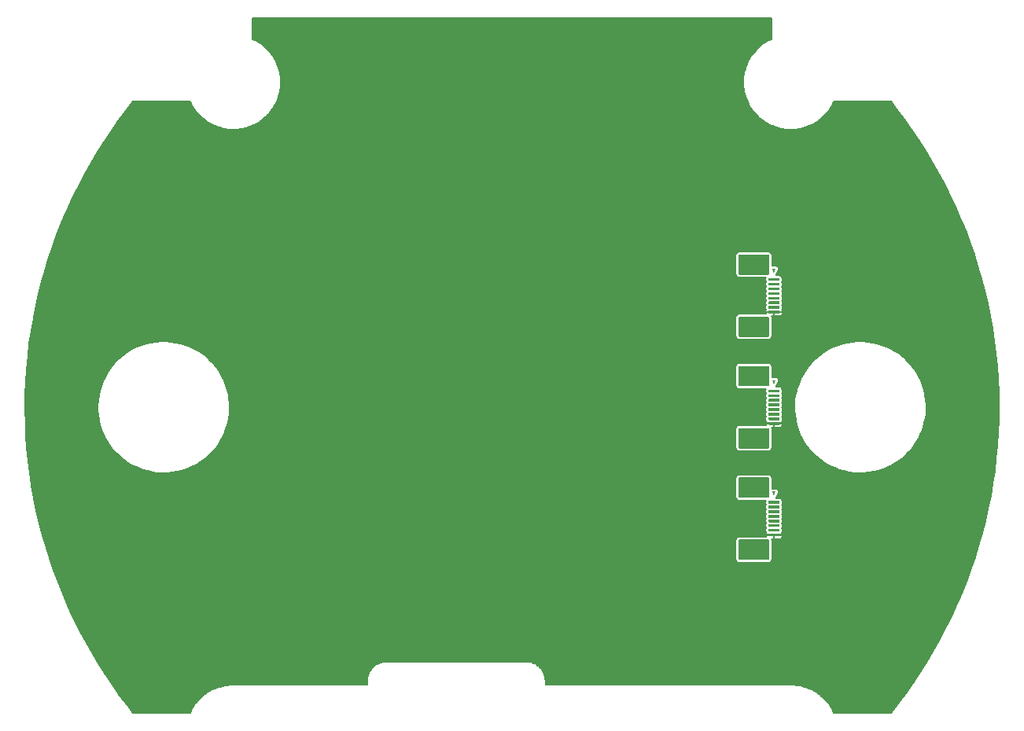
<source format=gtl>
%TF.GenerationSoftware,KiCad,Pcbnew,(5.99.0-2407-g46ade4960)*%
%TF.CreationDate,2020-08-17T15:41:34+03:00*%
%TF.ProjectId,gateway-expansion-a1,67617465-7761-4792-9d65-7870616e7369,rev?*%
%TF.SameCoordinates,Original*%
%TF.FileFunction,Copper,L1,Top*%
%TF.FilePolarity,Positive*%
%FSLAX46Y46*%
G04 Gerber Fmt 4.6, Leading zero omitted, Abs format (unit mm)*
G04 Created by KiCad (PCBNEW (5.99.0-2407-g46ade4960)) date 2020-08-17 15:41:34*
%MOMM*%
%LPD*%
G01*
G04 APERTURE LIST*
%TA.AperFunction,ViaPad*%
%ADD10C,0.800000*%
%TD*%
%TA.AperFunction,Conductor*%
%ADD11C,0.200000*%
%TD*%
G04 APERTURE END LIST*
%TO.P,J1,1,Pin_1*%
%TO.N,Net-(J1-Pad1)*%
%TA.AperFunction,SMDPad,CuDef*%
G36*
G01*
X177650100Y-86100000D02*
X178749900Y-86100000D01*
G75*
G02*
X178800000Y-86150100I0J-50100D01*
G01*
X178800000Y-86349900D01*
G75*
G02*
X178749900Y-86400000I-50100J0D01*
G01*
X177650100Y-86400000D01*
G75*
G02*
X177600000Y-86349900I0J50100D01*
G01*
X177600000Y-86150100D01*
G75*
G02*
X177650100Y-86100000I50100J0D01*
G01*
G37*
%TD.AperFunction*%
%TO.P,J1,2,Pin_2*%
%TO.N,Net-(J1-Pad2)*%
%TA.AperFunction,SMDPad,CuDef*%
G36*
G01*
X177650100Y-86600000D02*
X178749900Y-86600000D01*
G75*
G02*
X178800000Y-86650100I0J-50100D01*
G01*
X178800000Y-86849900D01*
G75*
G02*
X178749900Y-86900000I-50100J0D01*
G01*
X177650100Y-86900000D01*
G75*
G02*
X177600000Y-86849900I0J50100D01*
G01*
X177600000Y-86650100D01*
G75*
G02*
X177650100Y-86600000I50100J0D01*
G01*
G37*
%TD.AperFunction*%
%TO.P,J1,3,Pin_3*%
%TO.N,Net-(J1-Pad3)*%
%TA.AperFunction,SMDPad,CuDef*%
G36*
G01*
X177650100Y-87100000D02*
X178749900Y-87100000D01*
G75*
G02*
X178800000Y-87150100I0J-50100D01*
G01*
X178800000Y-87349900D01*
G75*
G02*
X178749900Y-87400000I-50100J0D01*
G01*
X177650100Y-87400000D01*
G75*
G02*
X177600000Y-87349900I0J50100D01*
G01*
X177600000Y-87150100D01*
G75*
G02*
X177650100Y-87100000I50100J0D01*
G01*
G37*
%TD.AperFunction*%
%TO.P,J1,4,Pin_4*%
%TO.N,Net-(J1-Pad4)*%
%TA.AperFunction,SMDPad,CuDef*%
G36*
G01*
X177650100Y-87600000D02*
X178749900Y-87600000D01*
G75*
G02*
X178800000Y-87650100I0J-50100D01*
G01*
X178800000Y-87849900D01*
G75*
G02*
X178749900Y-87900000I-50100J0D01*
G01*
X177650100Y-87900000D01*
G75*
G02*
X177600000Y-87849900I0J50100D01*
G01*
X177600000Y-87650100D01*
G75*
G02*
X177650100Y-87600000I50100J0D01*
G01*
G37*
%TD.AperFunction*%
%TO.P,J1,5,Pin_5*%
%TO.N,Net-(J1-Pad5)*%
%TA.AperFunction,SMDPad,CuDef*%
G36*
G01*
X177650100Y-88100000D02*
X178749900Y-88100000D01*
G75*
G02*
X178800000Y-88150100I0J-50100D01*
G01*
X178800000Y-88349900D01*
G75*
G02*
X178749900Y-88400000I-50100J0D01*
G01*
X177650100Y-88400000D01*
G75*
G02*
X177600000Y-88349900I0J50100D01*
G01*
X177600000Y-88150100D01*
G75*
G02*
X177650100Y-88100000I50100J0D01*
G01*
G37*
%TD.AperFunction*%
%TO.P,J1,6,Pin_6*%
%TO.N,Net-(J1-Pad6)*%
%TA.AperFunction,SMDPad,CuDef*%
G36*
G01*
X177650100Y-88600000D02*
X178749900Y-88600000D01*
G75*
G02*
X178800000Y-88650100I0J-50100D01*
G01*
X178800000Y-88849900D01*
G75*
G02*
X178749900Y-88900000I-50100J0D01*
G01*
X177650100Y-88900000D01*
G75*
G02*
X177600000Y-88849900I0J50100D01*
G01*
X177600000Y-88650100D01*
G75*
G02*
X177650100Y-88600000I50100J0D01*
G01*
G37*
%TD.AperFunction*%
%TO.P,J1,7,Pin_7*%
%TO.N,Net-(J1-Pad7)*%
%TA.AperFunction,SMDPad,CuDef*%
G36*
G01*
X177650100Y-89100000D02*
X178749900Y-89100000D01*
G75*
G02*
X178800000Y-89150100I0J-50100D01*
G01*
X178800000Y-89349900D01*
G75*
G02*
X178749900Y-89400000I-50100J0D01*
G01*
X177650100Y-89400000D01*
G75*
G02*
X177600000Y-89349900I0J50100D01*
G01*
X177600000Y-89150100D01*
G75*
G02*
X177650100Y-89100000I50100J0D01*
G01*
G37*
%TD.AperFunction*%
%TO.P,J1,8,Pin_8*%
%TO.N,GND*%
%TA.AperFunction,SMDPad,CuDef*%
G36*
G01*
X177650100Y-89600000D02*
X178749900Y-89600000D01*
G75*
G02*
X178800000Y-89650100I0J-50100D01*
G01*
X178800000Y-89849900D01*
G75*
G02*
X178749900Y-89900000I-50100J0D01*
G01*
X177650100Y-89900000D01*
G75*
G02*
X177600000Y-89849900I0J50100D01*
G01*
X177600000Y-89650100D01*
G75*
G02*
X177650100Y-89600000I50100J0D01*
G01*
G37*
%TD.AperFunction*%
%TO.P,J1,~*%
%TO.N,N/C*%
%TA.AperFunction,SMDPad,CuDef*%
G36*
G01*
X174479000Y-90250000D02*
X177581000Y-90250000D01*
G75*
G02*
X177680000Y-90349000I0J-99000D01*
G01*
X177680000Y-92351000D01*
G75*
G02*
X177581000Y-92450000I-99000J0D01*
G01*
X174479000Y-92450000D01*
G75*
G02*
X174380000Y-92351000I0J99000D01*
G01*
X174380000Y-90349000D01*
G75*
G02*
X174479000Y-90250000I99000J0D01*
G01*
G37*
%TD.AperFunction*%
%TA.AperFunction,SMDPad,CuDef*%
G36*
X178005000Y-85080000D02*
G01*
X178195000Y-85580000D01*
X178205000Y-85580000D01*
X178395000Y-85080000D01*
X178005000Y-85080000D01*
G37*
%TD.AperFunction*%
%TA.AperFunction,SMDPad,CuDef*%
G36*
G01*
X174479000Y-83550000D02*
X177581000Y-83550000D01*
G75*
G02*
X177680000Y-83649000I0J-99000D01*
G01*
X177680000Y-85651000D01*
G75*
G02*
X177581000Y-85750000I-99000J0D01*
G01*
X174479000Y-85750000D01*
G75*
G02*
X174380000Y-85651000I0J99000D01*
G01*
X174380000Y-83649000D01*
G75*
G02*
X174479000Y-83550000I99000J0D01*
G01*
G37*
%TD.AperFunction*%
%TD*%
%TO.P,J3,1,Pin_1*%
%TO.N,Net-(J3-Pad1)*%
%TA.AperFunction,SMDPad,CuDef*%
G36*
G01*
X177650100Y-110100000D02*
X178749900Y-110100000D01*
G75*
G02*
X178800000Y-110150100I0J-50100D01*
G01*
X178800000Y-110349900D01*
G75*
G02*
X178749900Y-110400000I-50100J0D01*
G01*
X177650100Y-110400000D01*
G75*
G02*
X177600000Y-110349900I0J50100D01*
G01*
X177600000Y-110150100D01*
G75*
G02*
X177650100Y-110100000I50100J0D01*
G01*
G37*
%TD.AperFunction*%
%TO.P,J3,2,Pin_2*%
%TO.N,Net-(J3-Pad2)*%
%TA.AperFunction,SMDPad,CuDef*%
G36*
G01*
X177650100Y-110600000D02*
X178749900Y-110600000D01*
G75*
G02*
X178800000Y-110650100I0J-50100D01*
G01*
X178800000Y-110849900D01*
G75*
G02*
X178749900Y-110900000I-50100J0D01*
G01*
X177650100Y-110900000D01*
G75*
G02*
X177600000Y-110849900I0J50100D01*
G01*
X177600000Y-110650100D01*
G75*
G02*
X177650100Y-110600000I50100J0D01*
G01*
G37*
%TD.AperFunction*%
%TO.P,J3,3,Pin_3*%
%TO.N,Net-(J3-Pad3)*%
%TA.AperFunction,SMDPad,CuDef*%
G36*
G01*
X177650100Y-111100000D02*
X178749900Y-111100000D01*
G75*
G02*
X178800000Y-111150100I0J-50100D01*
G01*
X178800000Y-111349900D01*
G75*
G02*
X178749900Y-111400000I-50100J0D01*
G01*
X177650100Y-111400000D01*
G75*
G02*
X177600000Y-111349900I0J50100D01*
G01*
X177600000Y-111150100D01*
G75*
G02*
X177650100Y-111100000I50100J0D01*
G01*
G37*
%TD.AperFunction*%
%TO.P,J3,4,Pin_4*%
%TO.N,Net-(J3-Pad4)*%
%TA.AperFunction,SMDPad,CuDef*%
G36*
G01*
X177650100Y-111600000D02*
X178749900Y-111600000D01*
G75*
G02*
X178800000Y-111650100I0J-50100D01*
G01*
X178800000Y-111849900D01*
G75*
G02*
X178749900Y-111900000I-50100J0D01*
G01*
X177650100Y-111900000D01*
G75*
G02*
X177600000Y-111849900I0J50100D01*
G01*
X177600000Y-111650100D01*
G75*
G02*
X177650100Y-111600000I50100J0D01*
G01*
G37*
%TD.AperFunction*%
%TO.P,J3,5,Pin_5*%
%TO.N,Net-(J3-Pad5)*%
%TA.AperFunction,SMDPad,CuDef*%
G36*
G01*
X177650100Y-112100000D02*
X178749900Y-112100000D01*
G75*
G02*
X178800000Y-112150100I0J-50100D01*
G01*
X178800000Y-112349900D01*
G75*
G02*
X178749900Y-112400000I-50100J0D01*
G01*
X177650100Y-112400000D01*
G75*
G02*
X177600000Y-112349900I0J50100D01*
G01*
X177600000Y-112150100D01*
G75*
G02*
X177650100Y-112100000I50100J0D01*
G01*
G37*
%TD.AperFunction*%
%TO.P,J3,6,Pin_6*%
%TO.N,Net-(J3-Pad6)*%
%TA.AperFunction,SMDPad,CuDef*%
G36*
G01*
X177650100Y-112600000D02*
X178749900Y-112600000D01*
G75*
G02*
X178800000Y-112650100I0J-50100D01*
G01*
X178800000Y-112849900D01*
G75*
G02*
X178749900Y-112900000I-50100J0D01*
G01*
X177650100Y-112900000D01*
G75*
G02*
X177600000Y-112849900I0J50100D01*
G01*
X177600000Y-112650100D01*
G75*
G02*
X177650100Y-112600000I50100J0D01*
G01*
G37*
%TD.AperFunction*%
%TO.P,J3,7,Pin_7*%
%TO.N,Net-(J3-Pad7)*%
%TA.AperFunction,SMDPad,CuDef*%
G36*
G01*
X177650100Y-113100000D02*
X178749900Y-113100000D01*
G75*
G02*
X178800000Y-113150100I0J-50100D01*
G01*
X178800000Y-113349900D01*
G75*
G02*
X178749900Y-113400000I-50100J0D01*
G01*
X177650100Y-113400000D01*
G75*
G02*
X177600000Y-113349900I0J50100D01*
G01*
X177600000Y-113150100D01*
G75*
G02*
X177650100Y-113100000I50100J0D01*
G01*
G37*
%TD.AperFunction*%
%TO.P,J3,8,Pin_8*%
%TO.N,GND*%
%TA.AperFunction,SMDPad,CuDef*%
G36*
G01*
X177650100Y-113600000D02*
X178749900Y-113600000D01*
G75*
G02*
X178800000Y-113650100I0J-50100D01*
G01*
X178800000Y-113849900D01*
G75*
G02*
X178749900Y-113900000I-50100J0D01*
G01*
X177650100Y-113900000D01*
G75*
G02*
X177600000Y-113849900I0J50100D01*
G01*
X177600000Y-113650100D01*
G75*
G02*
X177650100Y-113600000I50100J0D01*
G01*
G37*
%TD.AperFunction*%
%TO.P,J3,~*%
%TO.N,N/C*%
%TA.AperFunction,SMDPad,CuDef*%
G36*
G01*
X174479000Y-107550000D02*
X177581000Y-107550000D01*
G75*
G02*
X177680000Y-107649000I0J-99000D01*
G01*
X177680000Y-109651000D01*
G75*
G02*
X177581000Y-109750000I-99000J0D01*
G01*
X174479000Y-109750000D01*
G75*
G02*
X174380000Y-109651000I0J99000D01*
G01*
X174380000Y-107649000D01*
G75*
G02*
X174479000Y-107550000I99000J0D01*
G01*
G37*
%TD.AperFunction*%
%TA.AperFunction,SMDPad,CuDef*%
G36*
X178005000Y-109080000D02*
G01*
X178195000Y-109580000D01*
X178205000Y-109580000D01*
X178395000Y-109080000D01*
X178005000Y-109080000D01*
G37*
%TD.AperFunction*%
%TA.AperFunction,SMDPad,CuDef*%
G36*
G01*
X174479000Y-114250000D02*
X177581000Y-114250000D01*
G75*
G02*
X177680000Y-114349000I0J-99000D01*
G01*
X177680000Y-116351000D01*
G75*
G02*
X177581000Y-116450000I-99000J0D01*
G01*
X174479000Y-116450000D01*
G75*
G02*
X174380000Y-116351000I0J99000D01*
G01*
X174380000Y-114349000D01*
G75*
G02*
X174479000Y-114250000I99000J0D01*
G01*
G37*
%TD.AperFunction*%
%TD*%
%TO.P,J2,1,Pin_1*%
%TO.N,Net-(J2-Pad1)*%
%TA.AperFunction,SMDPad,CuDef*%
G36*
G01*
X177650100Y-98100000D02*
X178749900Y-98100000D01*
G75*
G02*
X178800000Y-98150100I0J-50100D01*
G01*
X178800000Y-98349900D01*
G75*
G02*
X178749900Y-98400000I-50100J0D01*
G01*
X177650100Y-98400000D01*
G75*
G02*
X177600000Y-98349900I0J50100D01*
G01*
X177600000Y-98150100D01*
G75*
G02*
X177650100Y-98100000I50100J0D01*
G01*
G37*
%TD.AperFunction*%
%TO.P,J2,2,Pin_2*%
%TO.N,Net-(J2-Pad2)*%
%TA.AperFunction,SMDPad,CuDef*%
G36*
G01*
X177650100Y-98600000D02*
X178749900Y-98600000D01*
G75*
G02*
X178800000Y-98650100I0J-50100D01*
G01*
X178800000Y-98849900D01*
G75*
G02*
X178749900Y-98900000I-50100J0D01*
G01*
X177650100Y-98900000D01*
G75*
G02*
X177600000Y-98849900I0J50100D01*
G01*
X177600000Y-98650100D01*
G75*
G02*
X177650100Y-98600000I50100J0D01*
G01*
G37*
%TD.AperFunction*%
%TO.P,J2,3,Pin_3*%
%TO.N,Net-(J2-Pad3)*%
%TA.AperFunction,SMDPad,CuDef*%
G36*
G01*
X177650100Y-99100000D02*
X178749900Y-99100000D01*
G75*
G02*
X178800000Y-99150100I0J-50100D01*
G01*
X178800000Y-99349900D01*
G75*
G02*
X178749900Y-99400000I-50100J0D01*
G01*
X177650100Y-99400000D01*
G75*
G02*
X177600000Y-99349900I0J50100D01*
G01*
X177600000Y-99150100D01*
G75*
G02*
X177650100Y-99100000I50100J0D01*
G01*
G37*
%TD.AperFunction*%
%TO.P,J2,4,Pin_4*%
%TO.N,Net-(J2-Pad4)*%
%TA.AperFunction,SMDPad,CuDef*%
G36*
G01*
X177650100Y-99600000D02*
X178749900Y-99600000D01*
G75*
G02*
X178800000Y-99650100I0J-50100D01*
G01*
X178800000Y-99849900D01*
G75*
G02*
X178749900Y-99900000I-50100J0D01*
G01*
X177650100Y-99900000D01*
G75*
G02*
X177600000Y-99849900I0J50100D01*
G01*
X177600000Y-99650100D01*
G75*
G02*
X177650100Y-99600000I50100J0D01*
G01*
G37*
%TD.AperFunction*%
%TO.P,J2,5,Pin_5*%
%TO.N,Net-(J2-Pad5)*%
%TA.AperFunction,SMDPad,CuDef*%
G36*
G01*
X177650100Y-100100000D02*
X178749900Y-100100000D01*
G75*
G02*
X178800000Y-100150100I0J-50100D01*
G01*
X178800000Y-100349900D01*
G75*
G02*
X178749900Y-100400000I-50100J0D01*
G01*
X177650100Y-100400000D01*
G75*
G02*
X177600000Y-100349900I0J50100D01*
G01*
X177600000Y-100150100D01*
G75*
G02*
X177650100Y-100100000I50100J0D01*
G01*
G37*
%TD.AperFunction*%
%TO.P,J2,6,Pin_6*%
%TO.N,Net-(J2-Pad6)*%
%TA.AperFunction,SMDPad,CuDef*%
G36*
G01*
X177650100Y-100600000D02*
X178749900Y-100600000D01*
G75*
G02*
X178800000Y-100650100I0J-50100D01*
G01*
X178800000Y-100849900D01*
G75*
G02*
X178749900Y-100900000I-50100J0D01*
G01*
X177650100Y-100900000D01*
G75*
G02*
X177600000Y-100849900I0J50100D01*
G01*
X177600000Y-100650100D01*
G75*
G02*
X177650100Y-100600000I50100J0D01*
G01*
G37*
%TD.AperFunction*%
%TO.P,J2,7,Pin_7*%
%TO.N,Net-(J2-Pad7)*%
%TA.AperFunction,SMDPad,CuDef*%
G36*
G01*
X177650100Y-101100000D02*
X178749900Y-101100000D01*
G75*
G02*
X178800000Y-101150100I0J-50100D01*
G01*
X178800000Y-101349900D01*
G75*
G02*
X178749900Y-101400000I-50100J0D01*
G01*
X177650100Y-101400000D01*
G75*
G02*
X177600000Y-101349900I0J50100D01*
G01*
X177600000Y-101150100D01*
G75*
G02*
X177650100Y-101100000I50100J0D01*
G01*
G37*
%TD.AperFunction*%
%TO.P,J2,8,Pin_8*%
%TO.N,GND*%
%TA.AperFunction,SMDPad,CuDef*%
G36*
G01*
X177650100Y-101600000D02*
X178749900Y-101600000D01*
G75*
G02*
X178800000Y-101650100I0J-50100D01*
G01*
X178800000Y-101849900D01*
G75*
G02*
X178749900Y-101900000I-50100J0D01*
G01*
X177650100Y-101900000D01*
G75*
G02*
X177600000Y-101849900I0J50100D01*
G01*
X177600000Y-101650100D01*
G75*
G02*
X177650100Y-101600000I50100J0D01*
G01*
G37*
%TD.AperFunction*%
%TO.P,J2,~*%
%TO.N,N/C*%
%TA.AperFunction,SMDPad,CuDef*%
G36*
G01*
X174479000Y-102250000D02*
X177581000Y-102250000D01*
G75*
G02*
X177680000Y-102349000I0J-99000D01*
G01*
X177680000Y-104351000D01*
G75*
G02*
X177581000Y-104450000I-99000J0D01*
G01*
X174479000Y-104450000D01*
G75*
G02*
X174380000Y-104351000I0J99000D01*
G01*
X174380000Y-102349000D01*
G75*
G02*
X174479000Y-102250000I99000J0D01*
G01*
G37*
%TD.AperFunction*%
%TA.AperFunction,SMDPad,CuDef*%
G36*
X178005000Y-97080000D02*
G01*
X178195000Y-97580000D01*
X178205000Y-97580000D01*
X178395000Y-97080000D01*
X178005000Y-97080000D01*
G37*
%TD.AperFunction*%
%TA.AperFunction,SMDPad,CuDef*%
G36*
G01*
X174479000Y-95550000D02*
X177581000Y-95550000D01*
G75*
G02*
X177680000Y-95649000I0J-99000D01*
G01*
X177680000Y-97651000D01*
G75*
G02*
X177581000Y-97750000I-99000J0D01*
G01*
X174479000Y-97750000D01*
G75*
G02*
X174380000Y-97651000I0J99000D01*
G01*
X174380000Y-95649000D01*
G75*
G02*
X174479000Y-95550000I99000J0D01*
G01*
G37*
%TD.AperFunction*%
%TD*%
D10*
%TO.N,GND*%
X190000000Y-125000000D03*
X190000000Y-75000000D03*
X110000000Y-75000000D03*
X110000000Y-125000000D03*
%TD*%
%TO.N,GND*%
D11*
X177901004Y-60352817D02*
X177706110Y-60441430D01*
X177701656Y-60443734D01*
X177697644Y-60446075D01*
X177614217Y-60488859D01*
X177611942Y-60490101D01*
X177264698Y-60691798D01*
X177260498Y-60694530D01*
X177256728Y-60697263D01*
X177177969Y-60748118D01*
X177175830Y-60749580D01*
X176850331Y-60984768D01*
X176846419Y-60987908D01*
X176842941Y-60991002D01*
X176769624Y-61049427D01*
X176767640Y-61051094D01*
X176467111Y-61317447D01*
X176463530Y-61320960D01*
X176460369Y-61324392D01*
X176393229Y-61389798D01*
X176391421Y-61391654D01*
X176118833Y-61686536D01*
X176115623Y-61690382D01*
X176112812Y-61694118D01*
X176052496Y-61765874D01*
X176050881Y-61767900D01*
X175808927Y-62088401D01*
X175806110Y-62092554D01*
X175803688Y-62096547D01*
X175750802Y-62173930D01*
X175749396Y-62176107D01*
X175540471Y-62519054D01*
X175538081Y-62523464D01*
X175536070Y-62527673D01*
X175491129Y-62609928D01*
X175489946Y-62612235D01*
X175316115Y-62974237D01*
X175314176Y-62978861D01*
X175312600Y-62983226D01*
X175276039Y-63069570D01*
X175275091Y-63071982D01*
X175138074Y-63449459D01*
X175136604Y-63454254D01*
X175135465Y-63458774D01*
X175107668Y-63548296D01*
X175106964Y-63550791D01*
X175008115Y-63940006D01*
X175007129Y-63944920D01*
X175006444Y-63949535D01*
X174987674Y-64041381D01*
X174987222Y-64043933D01*
X174927520Y-64441042D01*
X174927026Y-64446028D01*
X174926802Y-64450694D01*
X174917247Y-64543942D01*
X174917051Y-64546526D01*
X174897084Y-64947602D01*
X174897088Y-64952612D01*
X174897612Y-64962791D01*
X174896610Y-65039463D01*
X174896643Y-65042055D01*
X174909124Y-65359689D01*
X174909573Y-65364679D01*
X174911000Y-65374773D01*
X174916816Y-65451227D01*
X174917081Y-65453806D01*
X174968454Y-65852081D01*
X174969347Y-65857017D01*
X174970408Y-65861554D01*
X174986766Y-65953856D01*
X174987285Y-65956396D01*
X175077960Y-66347595D01*
X175079336Y-66352410D01*
X175080836Y-66356805D01*
X175106290Y-66447054D01*
X175107058Y-66449530D01*
X175236141Y-66829792D01*
X175237992Y-66834454D01*
X175239917Y-66838668D01*
X175274208Y-66925941D01*
X175275219Y-66928327D01*
X175441430Y-67293890D01*
X175443734Y-67298344D01*
X175446075Y-67302356D01*
X175488859Y-67385783D01*
X175490101Y-67388058D01*
X175691797Y-67735303D01*
X175694531Y-67739505D01*
X175697272Y-67743285D01*
X175748118Y-67822031D01*
X175749580Y-67824170D01*
X175984768Y-68149668D01*
X175987907Y-68153580D01*
X175991001Y-68157058D01*
X176049425Y-68230376D01*
X176051093Y-68232360D01*
X176317447Y-68532889D01*
X176320961Y-68536470D01*
X176324388Y-68539627D01*
X176389796Y-68606770D01*
X176391653Y-68608579D01*
X176686535Y-68881166D01*
X176690379Y-68884375D01*
X176694100Y-68887174D01*
X176765873Y-68947505D01*
X176767900Y-68949120D01*
X177088399Y-69191071D01*
X177092545Y-69193883D01*
X177096517Y-69196293D01*
X177173929Y-69249199D01*
X177176106Y-69250604D01*
X177519051Y-69459528D01*
X177523455Y-69461914D01*
X177527667Y-69463928D01*
X177609931Y-69508872D01*
X177612236Y-69510054D01*
X177974237Y-69683885D01*
X177978861Y-69685824D01*
X177983226Y-69687400D01*
X178069570Y-69723961D01*
X178071982Y-69724909D01*
X178449459Y-69861925D01*
X178454251Y-69863395D01*
X178458771Y-69864535D01*
X178548295Y-69892332D01*
X178550790Y-69893036D01*
X178940006Y-69991885D01*
X178944920Y-69992871D01*
X178949535Y-69993556D01*
X179041381Y-70012326D01*
X179043933Y-70012778D01*
X179441042Y-70072480D01*
X179446027Y-70072973D01*
X179450687Y-70073198D01*
X179543942Y-70082753D01*
X179546526Y-70082949D01*
X179947601Y-70102916D01*
X179952611Y-70102912D01*
X179955445Y-70102766D01*
X179971548Y-70102766D01*
X179997495Y-70104093D01*
X180000086Y-70104158D01*
X180014277Y-70104140D01*
X180019281Y-70103880D01*
X180030108Y-70102767D01*
X180064271Y-70102767D01*
X180066862Y-70102699D01*
X180467884Y-70081690D01*
X180472869Y-70081175D01*
X180477450Y-70080466D01*
X180570757Y-70071154D01*
X180573328Y-70070829D01*
X180970282Y-70010095D01*
X180975192Y-70009087D01*
X180979705Y-70007920D01*
X181071600Y-69989393D01*
X181074126Y-69988815D01*
X181463086Y-69888956D01*
X181467874Y-69887464D01*
X181472248Y-69885855D01*
X181561850Y-69858292D01*
X181564306Y-69857465D01*
X181941422Y-69719468D01*
X181946032Y-69717512D01*
X181950245Y-69715467D01*
X182036649Y-69679148D01*
X182039011Y-69678081D01*
X182400561Y-69503310D01*
X182404962Y-69500900D01*
X182408923Y-69498463D01*
X182491309Y-69453734D01*
X182493553Y-69452438D01*
X182835956Y-69242624D01*
X182840092Y-69239792D01*
X182843792Y-69236973D01*
X182921337Y-69184275D01*
X182923442Y-69182763D01*
X183243310Y-68939980D01*
X183247142Y-68936754D01*
X183250553Y-68933574D01*
X183322474Y-68873440D01*
X183324418Y-68871726D01*
X183618592Y-68598374D01*
X183622085Y-68594782D01*
X183625160Y-68591283D01*
X183690755Y-68524301D01*
X183692519Y-68522402D01*
X183958091Y-68221182D01*
X183961214Y-68217256D01*
X183963914Y-68213484D01*
X184022540Y-68140309D01*
X184024107Y-68138244D01*
X184258447Y-67812138D01*
X184261162Y-67807927D01*
X184263490Y-67803878D01*
X184314543Y-67725267D01*
X184315897Y-67723057D01*
X184516690Y-67375292D01*
X184518972Y-67370834D01*
X184520881Y-67366588D01*
X184563886Y-67283269D01*
X184565014Y-67280935D01*
X184647164Y-67099001D01*
X190773324Y-67098998D01*
X191394064Y-67877645D01*
X192220698Y-68972158D01*
X193018462Y-70088026D01*
X193786716Y-71224356D01*
X194524983Y-72380438D01*
X195232722Y-73555432D01*
X195909444Y-74748520D01*
X196554707Y-75958920D01*
X197168105Y-77185878D01*
X197749128Y-78428374D01*
X198297454Y-79685712D01*
X198812663Y-80956938D01*
X199294437Y-82241261D01*
X199742392Y-83537658D01*
X200156312Y-84845509D01*
X200535801Y-86163560D01*
X200880693Y-87491228D01*
X201190689Y-88827374D01*
X201465617Y-90171238D01*
X201705263Y-91521789D01*
X201909480Y-92878197D01*
X202078118Y-94239470D01*
X202211069Y-95604725D01*
X202308232Y-96972926D01*
X202369546Y-98343233D01*
X202395076Y-99720374D01*
X202395822Y-99994370D01*
X202377793Y-101371572D01*
X202323941Y-102742187D01*
X202234230Y-104110925D01*
X202108720Y-105476835D01*
X201947491Y-106839049D01*
X201750673Y-108196474D01*
X201518376Y-109548371D01*
X201250773Y-110893702D01*
X200948049Y-112231548D01*
X200610414Y-113560993D01*
X200238073Y-114881212D01*
X199831312Y-116191198D01*
X199390419Y-117490025D01*
X198915639Y-118776971D01*
X198407366Y-120050973D01*
X197865901Y-121311262D01*
X197291635Y-122556944D01*
X196684952Y-123787177D01*
X196046269Y-125001113D01*
X195376063Y-126197852D01*
X194674732Y-127376683D01*
X193942776Y-128536762D01*
X193180710Y-129677277D01*
X192389036Y-130797469D01*
X191568331Y-131896527D01*
X190776467Y-132901000D01*
X184647181Y-132901000D01*
X184558570Y-132706110D01*
X184556266Y-132701656D01*
X184553925Y-132697644D01*
X184511141Y-132614217D01*
X184509899Y-132611942D01*
X184308202Y-132264698D01*
X184305470Y-132260498D01*
X184302737Y-132256728D01*
X184251882Y-132177969D01*
X184250420Y-132175830D01*
X184015232Y-131850331D01*
X184012092Y-131846419D01*
X184008998Y-131842941D01*
X183950573Y-131769624D01*
X183948906Y-131767640D01*
X183682553Y-131467111D01*
X183679040Y-131463530D01*
X183675608Y-131460369D01*
X183610202Y-131393229D01*
X183608346Y-131391421D01*
X183313464Y-131118833D01*
X183309618Y-131115623D01*
X183305882Y-131112812D01*
X183234126Y-131052496D01*
X183232100Y-131050881D01*
X182911599Y-130808927D01*
X182907446Y-130806110D01*
X182903453Y-130803688D01*
X182826070Y-130750802D01*
X182823893Y-130749396D01*
X182480946Y-130540471D01*
X182476536Y-130538081D01*
X182472327Y-130536070D01*
X182390072Y-130491129D01*
X182387765Y-130489946D01*
X182025763Y-130316115D01*
X182021139Y-130314176D01*
X182016774Y-130312600D01*
X181930430Y-130276039D01*
X181928018Y-130275091D01*
X181550541Y-130138074D01*
X181545746Y-130136604D01*
X181541226Y-130135465D01*
X181451704Y-130107668D01*
X181449209Y-130106964D01*
X181059994Y-130008115D01*
X181055080Y-130007129D01*
X181050465Y-130006444D01*
X180958619Y-129987674D01*
X180956067Y-129987222D01*
X180558958Y-129927520D01*
X180553972Y-129927026D01*
X180549306Y-129926802D01*
X180456058Y-129917247D01*
X180453474Y-129917051D01*
X180052398Y-129897084D01*
X180047386Y-129897088D01*
X179971472Y-129901000D01*
X153599000Y-129901000D01*
X153599000Y-129571157D01*
X153603431Y-129537042D01*
X153603829Y-129529445D01*
X153601133Y-129419168D01*
X153601002Y-129416579D01*
X153588938Y-129259803D01*
X153588301Y-129254832D01*
X153582456Y-129222351D01*
X153580780Y-129188074D01*
X153579827Y-129180528D01*
X153557645Y-129072470D01*
X153557058Y-129069945D01*
X153505154Y-128870680D01*
X153503646Y-128865900D01*
X153487444Y-128822333D01*
X153475559Y-128776044D01*
X153473108Y-128768843D01*
X153429651Y-128667452D01*
X153428568Y-128665098D01*
X153337655Y-128480339D01*
X153335217Y-128475960D01*
X153310586Y-128436543D01*
X153289640Y-128393594D01*
X153285790Y-128387032D01*
X153222834Y-128296451D01*
X153221300Y-128294362D01*
X153095094Y-128131657D01*
X153091825Y-128127857D01*
X153059767Y-128094194D01*
X153030609Y-128056331D01*
X153025519Y-128050677D01*
X152949564Y-127978347D01*
X152948996Y-127977708D01*
X152941681Y-127970977D01*
X152940284Y-127969929D01*
X152787367Y-127838864D01*
X152783401Y-127835799D01*
X152745230Y-127809270D01*
X152709058Y-127778047D01*
X152702936Y-127773533D01*
X152609386Y-127715076D01*
X152607153Y-127713761D01*
X152427055Y-127613932D01*
X152422554Y-127611727D01*
X152379826Y-127593414D01*
X152338117Y-127570103D01*
X152331212Y-127566913D01*
X152305279Y-127557268D01*
X152305741Y-127554420D01*
X152225403Y-127527641D01*
X152224552Y-127527366D01*
X152028875Y-127466045D01*
X152024023Y-127464790D01*
X151978491Y-127455443D01*
X151932940Y-127440994D01*
X151925535Y-127439257D01*
X151816522Y-127422381D01*
X151813951Y-127422052D01*
X151609091Y-127401243D01*
X151604085Y-127400989D01*
X151393371Y-127400988D01*
X151393254Y-127401000D01*
X136571157Y-127401000D01*
X136537042Y-127396569D01*
X136529445Y-127396171D01*
X136419168Y-127398867D01*
X136416579Y-127398998D01*
X136259803Y-127411062D01*
X136254832Y-127411699D01*
X136222351Y-127417544D01*
X136188074Y-127419220D01*
X136180528Y-127420173D01*
X136072470Y-127442355D01*
X136069945Y-127442942D01*
X135870680Y-127494846D01*
X135865900Y-127496354D01*
X135822333Y-127512556D01*
X135776044Y-127524441D01*
X135768843Y-127526892D01*
X135667452Y-127570349D01*
X135665098Y-127571432D01*
X135480339Y-127662345D01*
X135475960Y-127664783D01*
X135436543Y-127689414D01*
X135393594Y-127710360D01*
X135387032Y-127714210D01*
X135296451Y-127777166D01*
X135294362Y-127778700D01*
X135131657Y-127904906D01*
X135127857Y-127908175D01*
X135094194Y-127940233D01*
X135056331Y-127969391D01*
X135050677Y-127974481D01*
X134978350Y-128050433D01*
X134976678Y-128051919D01*
X134973500Y-128055571D01*
X134973261Y-128055829D01*
X134972319Y-128056928D01*
X134968343Y-128061497D01*
X134968133Y-128061811D01*
X134838864Y-128212633D01*
X134835799Y-128216599D01*
X134809270Y-128254770D01*
X134778047Y-128290942D01*
X134773533Y-128297064D01*
X134715076Y-128390614D01*
X134713761Y-128392847D01*
X134613932Y-128572945D01*
X134611727Y-128577446D01*
X134593414Y-128620174D01*
X134570103Y-128661883D01*
X134566913Y-128668788D01*
X134527956Y-128773539D01*
X134527234Y-128775870D01*
X134466045Y-128971125D01*
X134464790Y-128975977D01*
X134455443Y-129021509D01*
X134440994Y-129067060D01*
X134439257Y-129074465D01*
X134422381Y-129183478D01*
X134422052Y-129186049D01*
X134401243Y-129390909D01*
X134400989Y-129395915D01*
X134400988Y-129606616D01*
X134401001Y-129606743D01*
X134401001Y-129901000D01*
X120102090Y-129901000D01*
X120060406Y-129898868D01*
X120053624Y-129897818D01*
X120046040Y-129897234D01*
X120028450Y-129897234D01*
X120002505Y-129895907D01*
X119999914Y-129895842D01*
X119985722Y-129895860D01*
X119980715Y-129896120D01*
X119969900Y-129897233D01*
X119935730Y-129897232D01*
X119933139Y-129897300D01*
X119532116Y-129918310D01*
X119527132Y-129918825D01*
X119522551Y-129919534D01*
X119429243Y-129928846D01*
X119426672Y-129929171D01*
X119029718Y-129989905D01*
X119024808Y-129990913D01*
X119020295Y-129992080D01*
X118928401Y-130010607D01*
X118925875Y-130011185D01*
X118536914Y-130111044D01*
X118532126Y-130112536D01*
X118527752Y-130114145D01*
X118438150Y-130141708D01*
X118435694Y-130142535D01*
X118058576Y-130280532D01*
X118053962Y-130282491D01*
X118049745Y-130284538D01*
X117963351Y-130320852D01*
X117960989Y-130321919D01*
X117599440Y-130496689D01*
X117595039Y-130499099D01*
X117591058Y-130501548D01*
X117508692Y-130546266D01*
X117506447Y-130547562D01*
X117164044Y-130757376D01*
X117159908Y-130760208D01*
X117156208Y-130763027D01*
X117078663Y-130815725D01*
X117076558Y-130817237D01*
X116756690Y-131060020D01*
X116752858Y-131063246D01*
X116749447Y-131066426D01*
X116677526Y-131126560D01*
X116675582Y-131128274D01*
X116381408Y-131401626D01*
X116377914Y-131405219D01*
X116374831Y-131408728D01*
X116309245Y-131475699D01*
X116307480Y-131477598D01*
X116041908Y-131778818D01*
X116038786Y-131782744D01*
X116036086Y-131786516D01*
X115977460Y-131859691D01*
X115975893Y-131861756D01*
X115741552Y-132187863D01*
X115738835Y-132192078D01*
X115736526Y-132196095D01*
X115685457Y-132274733D01*
X115684103Y-132276943D01*
X115483309Y-132624709D01*
X115481027Y-132629168D01*
X115479114Y-132633424D01*
X115436114Y-132716731D01*
X115434986Y-132719064D01*
X115352835Y-132901000D01*
X109226672Y-132901000D01*
X108605971Y-132122404D01*
X107779301Y-131027843D01*
X106981537Y-129911975D01*
X106213277Y-128775636D01*
X105475016Y-127619563D01*
X104767287Y-126444585D01*
X104090555Y-125251480D01*
X103445283Y-124041065D01*
X102831893Y-122814122D01*
X102250864Y-121571612D01*
X101702545Y-120314289D01*
X101187335Y-119043062D01*
X100705565Y-117758750D01*
X100257603Y-116462331D01*
X99843689Y-115154501D01*
X99602286Y-114316053D01*
X174077082Y-114316053D01*
X174077082Y-116383947D01*
X174078035Y-116393627D01*
X174098576Y-116496886D01*
X174106038Y-116514903D01*
X174184251Y-116631959D01*
X174198041Y-116645749D01*
X174315097Y-116723962D01*
X174333114Y-116731424D01*
X174436373Y-116751965D01*
X174446053Y-116752918D01*
X177613947Y-116752918D01*
X177623627Y-116751965D01*
X177726886Y-116731424D01*
X177744903Y-116723962D01*
X177861959Y-116645749D01*
X177875749Y-116631959D01*
X177953962Y-116514903D01*
X177961424Y-116496886D01*
X177981965Y-116393627D01*
X177982918Y-116383947D01*
X177982918Y-114316053D01*
X177981965Y-114306373D01*
X177961424Y-114203114D01*
X177961343Y-114202918D01*
X178116007Y-114202918D01*
X178174000Y-114144925D01*
X178225999Y-114144925D01*
X178283992Y-114202918D01*
X178778894Y-114202918D01*
X178788574Y-114201965D01*
X178877291Y-114184317D01*
X178895308Y-114176855D01*
X178995871Y-114109660D01*
X179009660Y-114095871D01*
X179076855Y-113995308D01*
X179084317Y-113977291D01*
X179109958Y-113848390D01*
X179050549Y-113776000D01*
X178283993Y-113775999D01*
X178226000Y-113833992D01*
X178225999Y-114144925D01*
X178174000Y-114144925D01*
X178174001Y-113833993D01*
X178116008Y-113776000D01*
X177349452Y-113775999D01*
X177290042Y-113848389D01*
X177309673Y-113947082D01*
X174446053Y-113947082D01*
X174436373Y-113948035D01*
X174333114Y-113968576D01*
X174315097Y-113976038D01*
X174198041Y-114054251D01*
X174184251Y-114068041D01*
X174106038Y-114185097D01*
X174098576Y-114203114D01*
X174078035Y-114306373D01*
X174077082Y-114316053D01*
X99602286Y-114316053D01*
X99464194Y-113836431D01*
X99119315Y-112508808D01*
X98809307Y-111172618D01*
X98534382Y-109828763D01*
X98294737Y-108478216D01*
X98164932Y-107616053D01*
X174077082Y-107616053D01*
X174077082Y-109683947D01*
X174078035Y-109693627D01*
X174098576Y-109796886D01*
X174106038Y-109814903D01*
X174184251Y-109931959D01*
X174198041Y-109945749D01*
X174315097Y-110023962D01*
X174333114Y-110031424D01*
X174436373Y-110051965D01*
X174446053Y-110052918D01*
X177309674Y-110052918D01*
X177298035Y-110111426D01*
X177297082Y-110121106D01*
X177297082Y-110378894D01*
X177298035Y-110388574D01*
X177315683Y-110477291D01*
X177323146Y-110495308D01*
X177326281Y-110500000D01*
X177323146Y-110504692D01*
X177315683Y-110522709D01*
X177298035Y-110611426D01*
X177297082Y-110621106D01*
X177297082Y-110878894D01*
X177298035Y-110888574D01*
X177315683Y-110977291D01*
X177323146Y-110995308D01*
X177326281Y-111000000D01*
X177323146Y-111004692D01*
X177315683Y-111022709D01*
X177298035Y-111111426D01*
X177297082Y-111121106D01*
X177297082Y-111378894D01*
X177298035Y-111388574D01*
X177315683Y-111477291D01*
X177323146Y-111495308D01*
X177326281Y-111500000D01*
X177323146Y-111504692D01*
X177315683Y-111522709D01*
X177298035Y-111611426D01*
X177297082Y-111621106D01*
X177297082Y-111878894D01*
X177298035Y-111888574D01*
X177315683Y-111977291D01*
X177323146Y-111995308D01*
X177326281Y-112000000D01*
X177323146Y-112004692D01*
X177315683Y-112022709D01*
X177298035Y-112111426D01*
X177297082Y-112121106D01*
X177297082Y-112378894D01*
X177298035Y-112388574D01*
X177315683Y-112477291D01*
X177323146Y-112495308D01*
X177326281Y-112500000D01*
X177323146Y-112504692D01*
X177315683Y-112522709D01*
X177298035Y-112611426D01*
X177297082Y-112621106D01*
X177297082Y-112878894D01*
X177298035Y-112888574D01*
X177315683Y-112977291D01*
X177323146Y-112995308D01*
X177326281Y-113000000D01*
X177323146Y-113004692D01*
X177315683Y-113022709D01*
X177298035Y-113111426D01*
X177297082Y-113121106D01*
X177297082Y-113378894D01*
X177298035Y-113388574D01*
X177315683Y-113477291D01*
X177323146Y-113495308D01*
X177326281Y-113499999D01*
X177323145Y-113504692D01*
X177315683Y-113522709D01*
X177290042Y-113651610D01*
X177349451Y-113724000D01*
X178116008Y-113724001D01*
X178116009Y-113724000D01*
X179050548Y-113724001D01*
X179109957Y-113651611D01*
X179084318Y-113522709D01*
X179076855Y-113504692D01*
X179073719Y-113499999D01*
X179076854Y-113495308D01*
X179084317Y-113477291D01*
X179101965Y-113388574D01*
X179102918Y-113378894D01*
X179102918Y-113121106D01*
X179101965Y-113111426D01*
X179084317Y-113022709D01*
X179076854Y-113004692D01*
X179073719Y-113000000D01*
X179076854Y-112995308D01*
X179084317Y-112977291D01*
X179101965Y-112888574D01*
X179102918Y-112878894D01*
X179102918Y-112621106D01*
X179101965Y-112611426D01*
X179084317Y-112522709D01*
X179076854Y-112504692D01*
X179073719Y-112500000D01*
X179076854Y-112495308D01*
X179084317Y-112477291D01*
X179101965Y-112388574D01*
X179102918Y-112378894D01*
X179102918Y-112121106D01*
X179101965Y-112111426D01*
X179084317Y-112022709D01*
X179076854Y-112004692D01*
X179073719Y-112000000D01*
X179076854Y-111995308D01*
X179084317Y-111977291D01*
X179101965Y-111888574D01*
X179102918Y-111878894D01*
X179102918Y-111621106D01*
X179101965Y-111611426D01*
X179084317Y-111522709D01*
X179076854Y-111504692D01*
X179073719Y-111500000D01*
X179076854Y-111495308D01*
X179084317Y-111477291D01*
X179101965Y-111388574D01*
X179102918Y-111378894D01*
X179102918Y-111121106D01*
X179101965Y-111111426D01*
X179084317Y-111022709D01*
X179076854Y-111004692D01*
X179073719Y-111000000D01*
X179076854Y-110995308D01*
X179084317Y-110977291D01*
X179101965Y-110888574D01*
X179102918Y-110878894D01*
X179102918Y-110621106D01*
X179101965Y-110611426D01*
X179084317Y-110522709D01*
X179076854Y-110504692D01*
X179073719Y-110500000D01*
X179076854Y-110495308D01*
X179084317Y-110477291D01*
X179101965Y-110388574D01*
X179102918Y-110378894D01*
X179102918Y-110121106D01*
X179101965Y-110111426D01*
X179084317Y-110022709D01*
X179076855Y-110004692D01*
X179009660Y-109904129D01*
X178995871Y-109890340D01*
X178895308Y-109823145D01*
X178877291Y-109815683D01*
X178788574Y-109798035D01*
X178778894Y-109797082D01*
X178415631Y-109797082D01*
X178418743Y-109794867D01*
X178432119Y-109780677D01*
X178482105Y-109700858D01*
X178486435Y-109692148D01*
X178679760Y-109183398D01*
X178682179Y-109174736D01*
X178697985Y-109088650D01*
X178697846Y-109069888D01*
X178678592Y-108973087D01*
X178671129Y-108955070D01*
X178616090Y-108872699D01*
X178602301Y-108858910D01*
X178519930Y-108803871D01*
X178501913Y-108796408D01*
X178409544Y-108778035D01*
X178399863Y-108777082D01*
X178000503Y-108777082D01*
X177991546Y-108777897D01*
X177982918Y-108779481D01*
X177982918Y-107616053D01*
X177981965Y-107606373D01*
X177961424Y-107503114D01*
X177953962Y-107485097D01*
X177875749Y-107368041D01*
X177861959Y-107354251D01*
X177744903Y-107276038D01*
X177726886Y-107268576D01*
X177623627Y-107248035D01*
X177613947Y-107247082D01*
X174446053Y-107247082D01*
X174436373Y-107248035D01*
X174333114Y-107268576D01*
X174315097Y-107276038D01*
X174198041Y-107354251D01*
X174184251Y-107368041D01*
X174106038Y-107485097D01*
X174098576Y-107503114D01*
X174078035Y-107606373D01*
X174077082Y-107616053D01*
X98164932Y-107616053D01*
X98090518Y-107121803D01*
X97921879Y-105760525D01*
X97788929Y-104395278D01*
X97691766Y-103027074D01*
X97630452Y-101656766D01*
X97604922Y-100279626D01*
X97604177Y-100005692D01*
X97606742Y-99809698D01*
X105398532Y-99809698D01*
X105401496Y-100092754D01*
X105404075Y-100338982D01*
X105404253Y-100342693D01*
X105449465Y-100870071D01*
X105449922Y-100873758D01*
X105534549Y-101396262D01*
X105535280Y-101399905D01*
X105658845Y-101914592D01*
X105659847Y-101918170D01*
X105821656Y-102422145D01*
X105822924Y-102425637D01*
X106022064Y-102916060D01*
X106023590Y-102919448D01*
X106258941Y-103393559D01*
X106260716Y-103396822D01*
X106530953Y-103851953D01*
X106532968Y-103855074D01*
X106836571Y-104288662D01*
X106838814Y-104291623D01*
X107174070Y-104701227D01*
X107176530Y-104704012D01*
X107541554Y-105087325D01*
X107544215Y-105089917D01*
X107936952Y-105444783D01*
X107939800Y-105447169D01*
X108358040Y-105771588D01*
X108361059Y-105773753D01*
X108802445Y-106065901D01*
X108805618Y-106067834D01*
X109267667Y-106326064D01*
X109270976Y-106327753D01*
X109751085Y-106550613D01*
X109754512Y-106552049D01*
X110249980Y-106738283D01*
X110253504Y-106739459D01*
X110761541Y-106888020D01*
X110765144Y-106888928D01*
X111282890Y-106998979D01*
X111286550Y-106999614D01*
X111811090Y-107070535D01*
X111814788Y-107070895D01*
X112343169Y-107102286D01*
X112346884Y-107102367D01*
X112876132Y-107094053D01*
X112879842Y-107093855D01*
X113406976Y-107045882D01*
X113410661Y-107045407D01*
X113932714Y-106958045D01*
X113936353Y-106957294D01*
X114450386Y-106831036D01*
X114453958Y-106830015D01*
X114957079Y-106665570D01*
X114960564Y-106664284D01*
X115449938Y-106462579D01*
X115453318Y-106461035D01*
X115926190Y-106223205D01*
X115929444Y-106221412D01*
X116383154Y-105948796D01*
X116386265Y-105946764D01*
X116818257Y-105640897D01*
X116821207Y-105638638D01*
X117229048Y-105301242D01*
X117231820Y-105298768D01*
X117613217Y-104931740D01*
X117615796Y-104929066D01*
X117968600Y-104534476D01*
X117970971Y-104531615D01*
X118293196Y-104111684D01*
X118295345Y-104108653D01*
X118585178Y-103665743D01*
X118587094Y-103662560D01*
X118842902Y-103199166D01*
X118844574Y-103195848D01*
X119064917Y-102714578D01*
X119066336Y-102711144D01*
X119212484Y-102316053D01*
X174077082Y-102316053D01*
X174077082Y-104383947D01*
X174078035Y-104393627D01*
X174098576Y-104496886D01*
X174106038Y-104514903D01*
X174184251Y-104631959D01*
X174198041Y-104645749D01*
X174315097Y-104723962D01*
X174333114Y-104731424D01*
X174436373Y-104751965D01*
X174446053Y-104752918D01*
X177613947Y-104752918D01*
X177623627Y-104751965D01*
X177726886Y-104731424D01*
X177744903Y-104723962D01*
X177861959Y-104645749D01*
X177875749Y-104631959D01*
X177953962Y-104514903D01*
X177961424Y-104496886D01*
X177981965Y-104393627D01*
X177982918Y-104383947D01*
X177982918Y-102316053D01*
X177981965Y-102306373D01*
X177961424Y-102203114D01*
X177961343Y-102202918D01*
X178116007Y-102202918D01*
X178174000Y-102144925D01*
X178225999Y-102144925D01*
X178283992Y-102202918D01*
X178778894Y-102202918D01*
X178788574Y-102201965D01*
X178877291Y-102184317D01*
X178895308Y-102176855D01*
X178995871Y-102109660D01*
X179009660Y-102095871D01*
X179076855Y-101995308D01*
X179084317Y-101977291D01*
X179109958Y-101848390D01*
X179050549Y-101776000D01*
X178283993Y-101775999D01*
X178226000Y-101833992D01*
X178225999Y-102144925D01*
X178174000Y-102144925D01*
X178174001Y-101833993D01*
X178116008Y-101776000D01*
X177349452Y-101775999D01*
X177290042Y-101848389D01*
X177309673Y-101947082D01*
X174446053Y-101947082D01*
X174436373Y-101948035D01*
X174333114Y-101968576D01*
X174315097Y-101976038D01*
X174198041Y-102054251D01*
X174184251Y-102068041D01*
X174106038Y-102185097D01*
X174098576Y-102203114D01*
X174078035Y-102306373D01*
X174077082Y-102316053D01*
X119212484Y-102316053D01*
X119249973Y-102214707D01*
X119251130Y-102211177D01*
X119397028Y-101702369D01*
X119397917Y-101698762D01*
X119505256Y-101180447D01*
X119505872Y-101176783D01*
X119574131Y-100651214D01*
X119574525Y-100646175D01*
X119599118Y-99737352D01*
X119598997Y-99732299D01*
X119559259Y-99203809D01*
X119558842Y-99200117D01*
X119479691Y-98676755D01*
X119478998Y-98673105D01*
X119360829Y-98157151D01*
X119359864Y-98153564D01*
X119203342Y-97647922D01*
X119202111Y-97644417D01*
X119008117Y-97151936D01*
X119006627Y-97148533D01*
X118776253Y-96671982D01*
X118774512Y-96668700D01*
X118509056Y-96210764D01*
X118507074Y-96207622D01*
X118208030Y-95770879D01*
X118205817Y-95767895D01*
X118084169Y-95616053D01*
X174077082Y-95616053D01*
X174077082Y-97683947D01*
X174078035Y-97693627D01*
X174098576Y-97796886D01*
X174106038Y-97814903D01*
X174184251Y-97931959D01*
X174198041Y-97945749D01*
X174315097Y-98023962D01*
X174333114Y-98031424D01*
X174436373Y-98051965D01*
X174446053Y-98052918D01*
X177309674Y-98052918D01*
X177298035Y-98111426D01*
X177297082Y-98121106D01*
X177297082Y-98378894D01*
X177298035Y-98388574D01*
X177315683Y-98477291D01*
X177323146Y-98495308D01*
X177326281Y-98500000D01*
X177323146Y-98504692D01*
X177315683Y-98522709D01*
X177298035Y-98611426D01*
X177297082Y-98621106D01*
X177297082Y-98878894D01*
X177298035Y-98888574D01*
X177315683Y-98977291D01*
X177323146Y-98995308D01*
X177326281Y-99000000D01*
X177323146Y-99004692D01*
X177315683Y-99022709D01*
X177298035Y-99111426D01*
X177297082Y-99121106D01*
X177297082Y-99378894D01*
X177298035Y-99388574D01*
X177315683Y-99477291D01*
X177323146Y-99495308D01*
X177326281Y-99500000D01*
X177323146Y-99504692D01*
X177315683Y-99522709D01*
X177298035Y-99611426D01*
X177297082Y-99621106D01*
X177297082Y-99878894D01*
X177298035Y-99888574D01*
X177315683Y-99977291D01*
X177323146Y-99995308D01*
X177326281Y-100000000D01*
X177323146Y-100004692D01*
X177315683Y-100022709D01*
X177298035Y-100111426D01*
X177297082Y-100121106D01*
X177297082Y-100378894D01*
X177298035Y-100388574D01*
X177315683Y-100477291D01*
X177323146Y-100495308D01*
X177326281Y-100500000D01*
X177323146Y-100504692D01*
X177315683Y-100522709D01*
X177298035Y-100611426D01*
X177297082Y-100621106D01*
X177297082Y-100878894D01*
X177298035Y-100888574D01*
X177315683Y-100977291D01*
X177323146Y-100995308D01*
X177326281Y-101000000D01*
X177323146Y-101004692D01*
X177315683Y-101022709D01*
X177298035Y-101111426D01*
X177297082Y-101121106D01*
X177297082Y-101378894D01*
X177298035Y-101388574D01*
X177315683Y-101477291D01*
X177323146Y-101495308D01*
X177326281Y-101499999D01*
X177323145Y-101504692D01*
X177315683Y-101522709D01*
X177290042Y-101651610D01*
X177349451Y-101724000D01*
X178116008Y-101724001D01*
X178116009Y-101724000D01*
X179050548Y-101724001D01*
X179109957Y-101651611D01*
X179084318Y-101522709D01*
X179076855Y-101504692D01*
X179073719Y-101499999D01*
X179076854Y-101495308D01*
X179084317Y-101477291D01*
X179101965Y-101388574D01*
X179102918Y-101378894D01*
X179102918Y-101121106D01*
X179101965Y-101111426D01*
X179084317Y-101022709D01*
X179076854Y-101004692D01*
X179073719Y-101000000D01*
X179076854Y-100995308D01*
X179084317Y-100977291D01*
X179101965Y-100888574D01*
X179102918Y-100878894D01*
X179102918Y-100621106D01*
X179101965Y-100611426D01*
X179084317Y-100522709D01*
X179076854Y-100504692D01*
X179073719Y-100500000D01*
X179076854Y-100495308D01*
X179084317Y-100477291D01*
X179101965Y-100388574D01*
X179102918Y-100378894D01*
X179102918Y-100121106D01*
X179101965Y-100111426D01*
X179084317Y-100022709D01*
X179076854Y-100004692D01*
X179073719Y-100000000D01*
X179076854Y-99995308D01*
X179084317Y-99977291D01*
X179101965Y-99888574D01*
X179102918Y-99878894D01*
X179102918Y-99809698D01*
X180398532Y-99809698D01*
X180401496Y-100092754D01*
X180404075Y-100338982D01*
X180404253Y-100342693D01*
X180449465Y-100870071D01*
X180449922Y-100873758D01*
X180534549Y-101396262D01*
X180535280Y-101399905D01*
X180658845Y-101914592D01*
X180659847Y-101918170D01*
X180821656Y-102422145D01*
X180822924Y-102425637D01*
X181022064Y-102916060D01*
X181023590Y-102919448D01*
X181258941Y-103393559D01*
X181260716Y-103396822D01*
X181530953Y-103851953D01*
X181532968Y-103855074D01*
X181836571Y-104288662D01*
X181838814Y-104291623D01*
X182174070Y-104701227D01*
X182176530Y-104704012D01*
X182541554Y-105087325D01*
X182544215Y-105089917D01*
X182936952Y-105444783D01*
X182939800Y-105447169D01*
X183358040Y-105771588D01*
X183361059Y-105773753D01*
X183802445Y-106065901D01*
X183805618Y-106067834D01*
X184267667Y-106326064D01*
X184270976Y-106327753D01*
X184751085Y-106550613D01*
X184754512Y-106552049D01*
X185249980Y-106738283D01*
X185253504Y-106739459D01*
X185761541Y-106888020D01*
X185765144Y-106888928D01*
X186282890Y-106998979D01*
X186286550Y-106999614D01*
X186811090Y-107070535D01*
X186814788Y-107070895D01*
X187343169Y-107102286D01*
X187346884Y-107102367D01*
X187876132Y-107094053D01*
X187879842Y-107093855D01*
X188406976Y-107045882D01*
X188410661Y-107045407D01*
X188932714Y-106958045D01*
X188936353Y-106957294D01*
X189450386Y-106831036D01*
X189453958Y-106830015D01*
X189957079Y-106665570D01*
X189960564Y-106664284D01*
X190449938Y-106462579D01*
X190453318Y-106461035D01*
X190926190Y-106223205D01*
X190929444Y-106221412D01*
X191383154Y-105948796D01*
X191386265Y-105946764D01*
X191818257Y-105640897D01*
X191821207Y-105638638D01*
X192229048Y-105301242D01*
X192231820Y-105298768D01*
X192613217Y-104931740D01*
X192615796Y-104929066D01*
X192968600Y-104534476D01*
X192970971Y-104531615D01*
X193293196Y-104111684D01*
X193295345Y-104108653D01*
X193585178Y-103665743D01*
X193587094Y-103662560D01*
X193842902Y-103199166D01*
X193844574Y-103195848D01*
X194064917Y-102714578D01*
X194066336Y-102711144D01*
X194249973Y-102214707D01*
X194251130Y-102211177D01*
X194397028Y-101702369D01*
X194397917Y-101698762D01*
X194505256Y-101180447D01*
X194505872Y-101176783D01*
X194574131Y-100651214D01*
X194574525Y-100646175D01*
X194599118Y-99737352D01*
X194598997Y-99732299D01*
X194559259Y-99203809D01*
X194558842Y-99200117D01*
X194479691Y-98676755D01*
X194478998Y-98673105D01*
X194360829Y-98157151D01*
X194359864Y-98153564D01*
X194203342Y-97647922D01*
X194202111Y-97644417D01*
X194008117Y-97151936D01*
X194006627Y-97148533D01*
X193776253Y-96671982D01*
X193774512Y-96668700D01*
X193509056Y-96210764D01*
X193507074Y-96207622D01*
X193208030Y-95770879D01*
X193205817Y-95767895D01*
X192874868Y-95354803D01*
X192872438Y-95351993D01*
X192511447Y-94964878D01*
X192508813Y-94962257D01*
X192119814Y-94603299D01*
X192116990Y-94600883D01*
X191702172Y-94272102D01*
X191699176Y-94269905D01*
X191260873Y-93973153D01*
X191257721Y-93971186D01*
X190798401Y-93708131D01*
X190795110Y-93706407D01*
X190317360Y-93478532D01*
X190313949Y-93477060D01*
X189820459Y-93285647D01*
X189816947Y-93284434D01*
X189310493Y-93130562D01*
X189306900Y-93129616D01*
X188790335Y-93014150D01*
X188786681Y-93013476D01*
X188262913Y-92937067D01*
X188259219Y-92936669D01*
X187731196Y-92899746D01*
X187727482Y-92899626D01*
X187198177Y-92902397D01*
X187194465Y-92902556D01*
X186666858Y-92945007D01*
X186663168Y-92945444D01*
X186140228Y-93027333D01*
X186136582Y-93028045D01*
X185621254Y-93148915D01*
X185617671Y-93149898D01*
X185112856Y-93309066D01*
X185109357Y-93310315D01*
X184617899Y-93506885D01*
X184614503Y-93508393D01*
X184139166Y-93741257D01*
X184135893Y-93743016D01*
X183679353Y-94010866D01*
X183676222Y-94012865D01*
X183241050Y-94314192D01*
X183238077Y-94316420D01*
X182826724Y-94649528D01*
X182823926Y-94651972D01*
X182438707Y-95014985D01*
X182436100Y-95017632D01*
X182079184Y-95408507D01*
X182076784Y-95411342D01*
X181750178Y-95827876D01*
X181747997Y-95830884D01*
X181453543Y-96270736D01*
X181451594Y-96273898D01*
X181190947Y-96734588D01*
X181189240Y-96737888D01*
X180963870Y-97216825D01*
X180962415Y-97220243D01*
X180773589Y-97714729D01*
X180772395Y-97718248D01*
X180621176Y-98225500D01*
X180620249Y-98229098D01*
X180507490Y-98746260D01*
X180506835Y-98749917D01*
X180433169Y-99274078D01*
X180432790Y-99277774D01*
X180398632Y-99805984D01*
X180398532Y-99809698D01*
X179102918Y-99809698D01*
X179102918Y-99621106D01*
X179101965Y-99611426D01*
X179084317Y-99522709D01*
X179076854Y-99504692D01*
X179073719Y-99500000D01*
X179076854Y-99495308D01*
X179084317Y-99477291D01*
X179101965Y-99388574D01*
X179102918Y-99378894D01*
X179102918Y-99121106D01*
X179101965Y-99111426D01*
X179084317Y-99022709D01*
X179076854Y-99004692D01*
X179073719Y-99000000D01*
X179076854Y-98995308D01*
X179084317Y-98977291D01*
X179101965Y-98888574D01*
X179102918Y-98878894D01*
X179102918Y-98621106D01*
X179101965Y-98611426D01*
X179084317Y-98522709D01*
X179076854Y-98504692D01*
X179073719Y-98500000D01*
X179076854Y-98495308D01*
X179084317Y-98477291D01*
X179101965Y-98388574D01*
X179102918Y-98378894D01*
X179102918Y-98121106D01*
X179101965Y-98111426D01*
X179084317Y-98022709D01*
X179076855Y-98004692D01*
X179009660Y-97904129D01*
X178995871Y-97890340D01*
X178895308Y-97823145D01*
X178877291Y-97815683D01*
X178788574Y-97798035D01*
X178778894Y-97797082D01*
X178415631Y-97797082D01*
X178418743Y-97794867D01*
X178432119Y-97780677D01*
X178482105Y-97700858D01*
X178486435Y-97692148D01*
X178679760Y-97183398D01*
X178682179Y-97174736D01*
X178697985Y-97088650D01*
X178697846Y-97069888D01*
X178678592Y-96973087D01*
X178671129Y-96955070D01*
X178616090Y-96872699D01*
X178602301Y-96858910D01*
X178519930Y-96803871D01*
X178501913Y-96796408D01*
X178409544Y-96778035D01*
X178399863Y-96777082D01*
X178000503Y-96777082D01*
X177991546Y-96777897D01*
X177982918Y-96779481D01*
X177982918Y-95616053D01*
X177981965Y-95606373D01*
X177961424Y-95503114D01*
X177953962Y-95485097D01*
X177875749Y-95368041D01*
X177861959Y-95354251D01*
X177744903Y-95276038D01*
X177726886Y-95268576D01*
X177623627Y-95248035D01*
X177613947Y-95247082D01*
X174446053Y-95247082D01*
X174436373Y-95248035D01*
X174333114Y-95268576D01*
X174315097Y-95276038D01*
X174198041Y-95354251D01*
X174184251Y-95368041D01*
X174106038Y-95485097D01*
X174098576Y-95503114D01*
X174078035Y-95606373D01*
X174077082Y-95616053D01*
X118084169Y-95616053D01*
X117874868Y-95354803D01*
X117872438Y-95351993D01*
X117511447Y-94964878D01*
X117508813Y-94962257D01*
X117119814Y-94603299D01*
X117116990Y-94600883D01*
X116702172Y-94272102D01*
X116699176Y-94269905D01*
X116260873Y-93973153D01*
X116257721Y-93971186D01*
X115798401Y-93708131D01*
X115795110Y-93706407D01*
X115317360Y-93478532D01*
X115313949Y-93477060D01*
X114820459Y-93285647D01*
X114816947Y-93284434D01*
X114310493Y-93130562D01*
X114306900Y-93129616D01*
X113790335Y-93014150D01*
X113786681Y-93013476D01*
X113262913Y-92937067D01*
X113259219Y-92936669D01*
X112731196Y-92899746D01*
X112727482Y-92899626D01*
X112198177Y-92902397D01*
X112194465Y-92902556D01*
X111666858Y-92945007D01*
X111663168Y-92945444D01*
X111140228Y-93027333D01*
X111136582Y-93028045D01*
X110621254Y-93148915D01*
X110617671Y-93149898D01*
X110112856Y-93309066D01*
X110109357Y-93310315D01*
X109617899Y-93506885D01*
X109614503Y-93508393D01*
X109139166Y-93741257D01*
X109135893Y-93743016D01*
X108679353Y-94010866D01*
X108676222Y-94012865D01*
X108241050Y-94314192D01*
X108238077Y-94316420D01*
X107826724Y-94649528D01*
X107823926Y-94651972D01*
X107438707Y-95014985D01*
X107436100Y-95017632D01*
X107079184Y-95408507D01*
X107076784Y-95411342D01*
X106750178Y-95827876D01*
X106747997Y-95830884D01*
X106453543Y-96270736D01*
X106451594Y-96273898D01*
X106190947Y-96734588D01*
X106189240Y-96737888D01*
X105963870Y-97216825D01*
X105962415Y-97220243D01*
X105773589Y-97714729D01*
X105772395Y-97718248D01*
X105621176Y-98225500D01*
X105620249Y-98229098D01*
X105507490Y-98746260D01*
X105506835Y-98749917D01*
X105433169Y-99274078D01*
X105432790Y-99277774D01*
X105398632Y-99805984D01*
X105398532Y-99809698D01*
X97606742Y-99809698D01*
X97622206Y-98628425D01*
X97676058Y-97257812D01*
X97765769Y-95889077D01*
X97891279Y-94523168D01*
X98052509Y-93160946D01*
X98249325Y-91803531D01*
X98481626Y-90451615D01*
X98508590Y-90316053D01*
X174077082Y-90316053D01*
X174077082Y-92383947D01*
X174078035Y-92393627D01*
X174098576Y-92496886D01*
X174106038Y-92514903D01*
X174184251Y-92631959D01*
X174198041Y-92645749D01*
X174315097Y-92723962D01*
X174333114Y-92731424D01*
X174436373Y-92751965D01*
X174446053Y-92752918D01*
X177613947Y-92752918D01*
X177623627Y-92751965D01*
X177726886Y-92731424D01*
X177744903Y-92723962D01*
X177861959Y-92645749D01*
X177875749Y-92631959D01*
X177953962Y-92514903D01*
X177961424Y-92496886D01*
X177981965Y-92393627D01*
X177982918Y-92383947D01*
X177982918Y-90316053D01*
X177981965Y-90306373D01*
X177961424Y-90203114D01*
X177961343Y-90202918D01*
X178116007Y-90202918D01*
X178174000Y-90144925D01*
X178225999Y-90144925D01*
X178283992Y-90202918D01*
X178778894Y-90202918D01*
X178788574Y-90201965D01*
X178877291Y-90184317D01*
X178895308Y-90176855D01*
X178995871Y-90109660D01*
X179009660Y-90095871D01*
X179076855Y-89995308D01*
X179084317Y-89977291D01*
X179109958Y-89848390D01*
X179050549Y-89776000D01*
X178283993Y-89775999D01*
X178226000Y-89833992D01*
X178225999Y-90144925D01*
X178174000Y-90144925D01*
X178174001Y-89833993D01*
X178116008Y-89776000D01*
X177349452Y-89775999D01*
X177290042Y-89848389D01*
X177309673Y-89947082D01*
X174446053Y-89947082D01*
X174436373Y-89948035D01*
X174333114Y-89968576D01*
X174315097Y-89976038D01*
X174198041Y-90054251D01*
X174184251Y-90068041D01*
X174106038Y-90185097D01*
X174098576Y-90203114D01*
X174078035Y-90306373D01*
X174077082Y-90316053D01*
X98508590Y-90316053D01*
X98749225Y-89106304D01*
X99051948Y-87768459D01*
X99389589Y-86438996D01*
X99761923Y-85118797D01*
X100168692Y-83808790D01*
X100234117Y-83616053D01*
X174077082Y-83616053D01*
X174077082Y-85683947D01*
X174078035Y-85693627D01*
X174098576Y-85796886D01*
X174106038Y-85814903D01*
X174184251Y-85931959D01*
X174198041Y-85945749D01*
X174315097Y-86023962D01*
X174333114Y-86031424D01*
X174436373Y-86051965D01*
X174446053Y-86052918D01*
X177309674Y-86052918D01*
X177298035Y-86111426D01*
X177297082Y-86121106D01*
X177297082Y-86378894D01*
X177298035Y-86388574D01*
X177315683Y-86477291D01*
X177323146Y-86495308D01*
X177326281Y-86500000D01*
X177323146Y-86504692D01*
X177315683Y-86522709D01*
X177298035Y-86611426D01*
X177297082Y-86621106D01*
X177297082Y-86878894D01*
X177298035Y-86888574D01*
X177315683Y-86977291D01*
X177323146Y-86995308D01*
X177326281Y-87000000D01*
X177323146Y-87004692D01*
X177315683Y-87022709D01*
X177298035Y-87111426D01*
X177297082Y-87121106D01*
X177297082Y-87378894D01*
X177298035Y-87388574D01*
X177315683Y-87477291D01*
X177323146Y-87495308D01*
X177326281Y-87500000D01*
X177323146Y-87504692D01*
X177315683Y-87522709D01*
X177298035Y-87611426D01*
X177297082Y-87621106D01*
X177297082Y-87878894D01*
X177298035Y-87888574D01*
X177315683Y-87977291D01*
X177323146Y-87995308D01*
X177326281Y-88000000D01*
X177323146Y-88004692D01*
X177315683Y-88022709D01*
X177298035Y-88111426D01*
X177297082Y-88121106D01*
X177297082Y-88378894D01*
X177298035Y-88388574D01*
X177315683Y-88477291D01*
X177323146Y-88495308D01*
X177326281Y-88500000D01*
X177323146Y-88504692D01*
X177315683Y-88522709D01*
X177298035Y-88611426D01*
X177297082Y-88621106D01*
X177297082Y-88878894D01*
X177298035Y-88888574D01*
X177315683Y-88977291D01*
X177323146Y-88995308D01*
X177326281Y-89000000D01*
X177323146Y-89004692D01*
X177315683Y-89022709D01*
X177298035Y-89111426D01*
X177297082Y-89121106D01*
X177297082Y-89378894D01*
X177298035Y-89388574D01*
X177315683Y-89477291D01*
X177323146Y-89495308D01*
X177326281Y-89499999D01*
X177323145Y-89504692D01*
X177315683Y-89522709D01*
X177290042Y-89651610D01*
X177349451Y-89724000D01*
X178116008Y-89724001D01*
X178116009Y-89724000D01*
X179050548Y-89724001D01*
X179109957Y-89651611D01*
X179084318Y-89522709D01*
X179076855Y-89504692D01*
X179073719Y-89499999D01*
X179076854Y-89495308D01*
X179084317Y-89477291D01*
X179101965Y-89388574D01*
X179102918Y-89378894D01*
X179102918Y-89121106D01*
X179101965Y-89111426D01*
X179084317Y-89022709D01*
X179076854Y-89004692D01*
X179073719Y-89000000D01*
X179076854Y-88995308D01*
X179084317Y-88977291D01*
X179101965Y-88888574D01*
X179102918Y-88878894D01*
X179102918Y-88621106D01*
X179101965Y-88611426D01*
X179084317Y-88522709D01*
X179076854Y-88504692D01*
X179073719Y-88500000D01*
X179076854Y-88495308D01*
X179084317Y-88477291D01*
X179101965Y-88388574D01*
X179102918Y-88378894D01*
X179102918Y-88121106D01*
X179101965Y-88111426D01*
X179084317Y-88022709D01*
X179076854Y-88004692D01*
X179073719Y-88000000D01*
X179076854Y-87995308D01*
X179084317Y-87977291D01*
X179101965Y-87888574D01*
X179102918Y-87878894D01*
X179102918Y-87621106D01*
X179101965Y-87611426D01*
X179084317Y-87522709D01*
X179076854Y-87504692D01*
X179073719Y-87500000D01*
X179076854Y-87495308D01*
X179084317Y-87477291D01*
X179101965Y-87388574D01*
X179102918Y-87378894D01*
X179102918Y-87121106D01*
X179101965Y-87111426D01*
X179084317Y-87022709D01*
X179076854Y-87004692D01*
X179073719Y-87000000D01*
X179076854Y-86995308D01*
X179084317Y-86977291D01*
X179101965Y-86888574D01*
X179102918Y-86878894D01*
X179102918Y-86621106D01*
X179101965Y-86611426D01*
X179084317Y-86522709D01*
X179076854Y-86504692D01*
X179073719Y-86500000D01*
X179076854Y-86495308D01*
X179084317Y-86477291D01*
X179101965Y-86388574D01*
X179102918Y-86378894D01*
X179102918Y-86121106D01*
X179101965Y-86111426D01*
X179084317Y-86022709D01*
X179076855Y-86004692D01*
X179009660Y-85904129D01*
X178995871Y-85890340D01*
X178895308Y-85823145D01*
X178877291Y-85815683D01*
X178788574Y-85798035D01*
X178778894Y-85797082D01*
X178415631Y-85797082D01*
X178418743Y-85794867D01*
X178432119Y-85780677D01*
X178482105Y-85700858D01*
X178486435Y-85692148D01*
X178679760Y-85183398D01*
X178682179Y-85174736D01*
X178697985Y-85088650D01*
X178697846Y-85069888D01*
X178678592Y-84973087D01*
X178671129Y-84955070D01*
X178616090Y-84872699D01*
X178602301Y-84858910D01*
X178519930Y-84803871D01*
X178501913Y-84796408D01*
X178409544Y-84778035D01*
X178399863Y-84777082D01*
X178000503Y-84777082D01*
X177991546Y-84777897D01*
X177982918Y-84779481D01*
X177982918Y-83616053D01*
X177981965Y-83606373D01*
X177961424Y-83503114D01*
X177953962Y-83485097D01*
X177875749Y-83368041D01*
X177861959Y-83354251D01*
X177744903Y-83276038D01*
X177726886Y-83268576D01*
X177623627Y-83248035D01*
X177613947Y-83247082D01*
X174446053Y-83247082D01*
X174436373Y-83248035D01*
X174333114Y-83268576D01*
X174315097Y-83276038D01*
X174198041Y-83354251D01*
X174184251Y-83368041D01*
X174106038Y-83485097D01*
X174098576Y-83503114D01*
X174078035Y-83606373D01*
X174077082Y-83616053D01*
X100234117Y-83616053D01*
X100609581Y-82509972D01*
X101084367Y-81223008D01*
X101592644Y-79949001D01*
X102134099Y-78688734D01*
X102708363Y-77443058D01*
X103315047Y-76212823D01*
X103953716Y-74998914D01*
X104623943Y-73802136D01*
X105325279Y-72623299D01*
X106057223Y-71463237D01*
X106819283Y-70322731D01*
X107610950Y-69202549D01*
X108431683Y-68103454D01*
X109223533Y-67098998D01*
X115352819Y-67099001D01*
X115441430Y-67293890D01*
X115443734Y-67298344D01*
X115446075Y-67302356D01*
X115488859Y-67385783D01*
X115490101Y-67388058D01*
X115691797Y-67735303D01*
X115694531Y-67739505D01*
X115697272Y-67743285D01*
X115748118Y-67822031D01*
X115749580Y-67824170D01*
X115984768Y-68149668D01*
X115987907Y-68153580D01*
X115991001Y-68157058D01*
X116049425Y-68230376D01*
X116051093Y-68232360D01*
X116317447Y-68532889D01*
X116320961Y-68536470D01*
X116324388Y-68539627D01*
X116389796Y-68606770D01*
X116391653Y-68608579D01*
X116686535Y-68881166D01*
X116690379Y-68884375D01*
X116694100Y-68887174D01*
X116765873Y-68947505D01*
X116767900Y-68949120D01*
X117088399Y-69191071D01*
X117092545Y-69193883D01*
X117096517Y-69196293D01*
X117173929Y-69249199D01*
X117176106Y-69250604D01*
X117519051Y-69459528D01*
X117523455Y-69461914D01*
X117527667Y-69463928D01*
X117609931Y-69508872D01*
X117612236Y-69510054D01*
X117974237Y-69683885D01*
X117978861Y-69685824D01*
X117983226Y-69687400D01*
X118069570Y-69723961D01*
X118071982Y-69724909D01*
X118449459Y-69861925D01*
X118454251Y-69863395D01*
X118458771Y-69864535D01*
X118548295Y-69892332D01*
X118550790Y-69893036D01*
X118940006Y-69991885D01*
X118944920Y-69992871D01*
X118949535Y-69993556D01*
X119041381Y-70012326D01*
X119043933Y-70012778D01*
X119441042Y-70072480D01*
X119446027Y-70072973D01*
X119450687Y-70073198D01*
X119543942Y-70082753D01*
X119546526Y-70082949D01*
X119947602Y-70102916D01*
X119952612Y-70102912D01*
X119962791Y-70102388D01*
X120039463Y-70103390D01*
X120042055Y-70103357D01*
X120359689Y-70090876D01*
X120364679Y-70090427D01*
X120374773Y-70089000D01*
X120451227Y-70083184D01*
X120453806Y-70082919D01*
X120852081Y-70031546D01*
X120857017Y-70030653D01*
X120861554Y-70029592D01*
X120953856Y-70013234D01*
X120956396Y-70012715D01*
X121347595Y-69922040D01*
X121352410Y-69920664D01*
X121356805Y-69919164D01*
X121447054Y-69893710D01*
X121449530Y-69892942D01*
X121829792Y-69763859D01*
X121834454Y-69762008D01*
X121838668Y-69760083D01*
X121925941Y-69725792D01*
X121928327Y-69724781D01*
X122293890Y-69558570D01*
X122298344Y-69556266D01*
X122302356Y-69553925D01*
X122385783Y-69511141D01*
X122388058Y-69509899D01*
X122735303Y-69308203D01*
X122739505Y-69305469D01*
X122743285Y-69302728D01*
X122822031Y-69251882D01*
X122824170Y-69250420D01*
X123149668Y-69015232D01*
X123153580Y-69012093D01*
X123157058Y-69008999D01*
X123230376Y-68950575D01*
X123232360Y-68948907D01*
X123532889Y-68682553D01*
X123536470Y-68679039D01*
X123539627Y-68675612D01*
X123606770Y-68610204D01*
X123608579Y-68608347D01*
X123881166Y-68313465D01*
X123884375Y-68309621D01*
X123887174Y-68305900D01*
X123947505Y-68234127D01*
X123949120Y-68232100D01*
X124191071Y-67911601D01*
X124193883Y-67907455D01*
X124196293Y-67903483D01*
X124249199Y-67826071D01*
X124250604Y-67823894D01*
X124459528Y-67480949D01*
X124461914Y-67476545D01*
X124463928Y-67472333D01*
X124508872Y-67390069D01*
X124510054Y-67387764D01*
X124683885Y-67025763D01*
X124685824Y-67021139D01*
X124687400Y-67016774D01*
X124723961Y-66930430D01*
X124724909Y-66928018D01*
X124861925Y-66550541D01*
X124863395Y-66545749D01*
X124864535Y-66541229D01*
X124892332Y-66451705D01*
X124893036Y-66449210D01*
X124991885Y-66059994D01*
X124992871Y-66055080D01*
X124993556Y-66050465D01*
X125012326Y-65958619D01*
X125012778Y-65956067D01*
X125072480Y-65558958D01*
X125072973Y-65553973D01*
X125073198Y-65549313D01*
X125082753Y-65456058D01*
X125082949Y-65453474D01*
X125102916Y-65052399D01*
X125102912Y-65047389D01*
X125102766Y-65044555D01*
X125102766Y-65028450D01*
X125104093Y-65002505D01*
X125104158Y-64999914D01*
X125104140Y-64985722D01*
X125103880Y-64980715D01*
X125102767Y-64969900D01*
X125102768Y-64935730D01*
X125102700Y-64933139D01*
X125081690Y-64532116D01*
X125081175Y-64527132D01*
X125080466Y-64522551D01*
X125071154Y-64429243D01*
X125070829Y-64426672D01*
X125010095Y-64029718D01*
X125009087Y-64024808D01*
X125007920Y-64020295D01*
X124989393Y-63928401D01*
X124988815Y-63925875D01*
X124888956Y-63536914D01*
X124887464Y-63532126D01*
X124885855Y-63527752D01*
X124858292Y-63438150D01*
X124857465Y-63435694D01*
X124719468Y-63058576D01*
X124717509Y-63053962D01*
X124715462Y-63049745D01*
X124679148Y-62963351D01*
X124678081Y-62960989D01*
X124503311Y-62599440D01*
X124500901Y-62595039D01*
X124498452Y-62591058D01*
X124453734Y-62508692D01*
X124452438Y-62506447D01*
X124242624Y-62164044D01*
X124239792Y-62159908D01*
X124236973Y-62156208D01*
X124184275Y-62078663D01*
X124182763Y-62076558D01*
X123939980Y-61756690D01*
X123936754Y-61752858D01*
X123933574Y-61749447D01*
X123873440Y-61677526D01*
X123871726Y-61675582D01*
X123598374Y-61381408D01*
X123594781Y-61377914D01*
X123591272Y-61374831D01*
X123524301Y-61309245D01*
X123522402Y-61307480D01*
X123221182Y-61041908D01*
X123217256Y-61038786D01*
X123213484Y-61036086D01*
X123140309Y-60977460D01*
X123138244Y-60975893D01*
X122812137Y-60741552D01*
X122807922Y-60738835D01*
X122803905Y-60736526D01*
X122725267Y-60685457D01*
X122723057Y-60684103D01*
X122375291Y-60483309D01*
X122370832Y-60481027D01*
X122366576Y-60479114D01*
X122283269Y-60436114D01*
X122280936Y-60434986D01*
X122099000Y-60352835D01*
X122099000Y-58099000D01*
X177901002Y-58099000D01*
X177901004Y-60352817D01*
%TA.AperFunction,Conductor*%
G36*
X177901004Y-60352817D02*
G01*
X177706110Y-60441430D01*
X177701656Y-60443734D01*
X177697644Y-60446075D01*
X177614217Y-60488859D01*
X177611942Y-60490101D01*
X177264698Y-60691798D01*
X177260498Y-60694530D01*
X177256728Y-60697263D01*
X177177969Y-60748118D01*
X177175830Y-60749580D01*
X176850331Y-60984768D01*
X176846419Y-60987908D01*
X176842941Y-60991002D01*
X176769624Y-61049427D01*
X176767640Y-61051094D01*
X176467111Y-61317447D01*
X176463530Y-61320960D01*
X176460369Y-61324392D01*
X176393229Y-61389798D01*
X176391421Y-61391654D01*
X176118833Y-61686536D01*
X176115623Y-61690382D01*
X176112812Y-61694118D01*
X176052496Y-61765874D01*
X176050881Y-61767900D01*
X175808927Y-62088401D01*
X175806110Y-62092554D01*
X175803688Y-62096547D01*
X175750802Y-62173930D01*
X175749396Y-62176107D01*
X175540471Y-62519054D01*
X175538081Y-62523464D01*
X175536070Y-62527673D01*
X175491129Y-62609928D01*
X175489946Y-62612235D01*
X175316115Y-62974237D01*
X175314176Y-62978861D01*
X175312600Y-62983226D01*
X175276039Y-63069570D01*
X175275091Y-63071982D01*
X175138074Y-63449459D01*
X175136604Y-63454254D01*
X175135465Y-63458774D01*
X175107668Y-63548296D01*
X175106964Y-63550791D01*
X175008115Y-63940006D01*
X175007129Y-63944920D01*
X175006444Y-63949535D01*
X174987674Y-64041381D01*
X174987222Y-64043933D01*
X174927520Y-64441042D01*
X174927026Y-64446028D01*
X174926802Y-64450694D01*
X174917247Y-64543942D01*
X174917051Y-64546526D01*
X174897084Y-64947602D01*
X174897088Y-64952612D01*
X174897612Y-64962791D01*
X174896610Y-65039463D01*
X174896643Y-65042055D01*
X174909124Y-65359689D01*
X174909573Y-65364679D01*
X174911000Y-65374773D01*
X174916816Y-65451227D01*
X174917081Y-65453806D01*
X174968454Y-65852081D01*
X174969347Y-65857017D01*
X174970408Y-65861554D01*
X174986766Y-65953856D01*
X174987285Y-65956396D01*
X175077960Y-66347595D01*
X175079336Y-66352410D01*
X175080836Y-66356805D01*
X175106290Y-66447054D01*
X175107058Y-66449530D01*
X175236141Y-66829792D01*
X175237992Y-66834454D01*
X175239917Y-66838668D01*
X175274208Y-66925941D01*
X175275219Y-66928327D01*
X175441430Y-67293890D01*
X175443734Y-67298344D01*
X175446075Y-67302356D01*
X175488859Y-67385783D01*
X175490101Y-67388058D01*
X175691797Y-67735303D01*
X175694531Y-67739505D01*
X175697272Y-67743285D01*
X175748118Y-67822031D01*
X175749580Y-67824170D01*
X175984768Y-68149668D01*
X175987907Y-68153580D01*
X175991001Y-68157058D01*
X176049425Y-68230376D01*
X176051093Y-68232360D01*
X176317447Y-68532889D01*
X176320961Y-68536470D01*
X176324388Y-68539627D01*
X176389796Y-68606770D01*
X176391653Y-68608579D01*
X176686535Y-68881166D01*
X176690379Y-68884375D01*
X176694100Y-68887174D01*
X176765873Y-68947505D01*
X176767900Y-68949120D01*
X177088399Y-69191071D01*
X177092545Y-69193883D01*
X177096517Y-69196293D01*
X177173929Y-69249199D01*
X177176106Y-69250604D01*
X177519051Y-69459528D01*
X177523455Y-69461914D01*
X177527667Y-69463928D01*
X177609931Y-69508872D01*
X177612236Y-69510054D01*
X177974237Y-69683885D01*
X177978861Y-69685824D01*
X177983226Y-69687400D01*
X178069570Y-69723961D01*
X178071982Y-69724909D01*
X178449459Y-69861925D01*
X178454251Y-69863395D01*
X178458771Y-69864535D01*
X178548295Y-69892332D01*
X178550790Y-69893036D01*
X178940006Y-69991885D01*
X178944920Y-69992871D01*
X178949535Y-69993556D01*
X179041381Y-70012326D01*
X179043933Y-70012778D01*
X179441042Y-70072480D01*
X179446027Y-70072973D01*
X179450687Y-70073198D01*
X179543942Y-70082753D01*
X179546526Y-70082949D01*
X179947601Y-70102916D01*
X179952611Y-70102912D01*
X179955445Y-70102766D01*
X179971548Y-70102766D01*
X179997495Y-70104093D01*
X180000086Y-70104158D01*
X180014277Y-70104140D01*
X180019281Y-70103880D01*
X180030108Y-70102767D01*
X180064271Y-70102767D01*
X180066862Y-70102699D01*
X180467884Y-70081690D01*
X180472869Y-70081175D01*
X180477450Y-70080466D01*
X180570757Y-70071154D01*
X180573328Y-70070829D01*
X180970282Y-70010095D01*
X180975192Y-70009087D01*
X180979705Y-70007920D01*
X181071600Y-69989393D01*
X181074126Y-69988815D01*
X181463086Y-69888956D01*
X181467874Y-69887464D01*
X181472248Y-69885855D01*
X181561850Y-69858292D01*
X181564306Y-69857465D01*
X181941422Y-69719468D01*
X181946032Y-69717512D01*
X181950245Y-69715467D01*
X182036649Y-69679148D01*
X182039011Y-69678081D01*
X182400561Y-69503310D01*
X182404962Y-69500900D01*
X182408923Y-69498463D01*
X182491309Y-69453734D01*
X182493553Y-69452438D01*
X182835956Y-69242624D01*
X182840092Y-69239792D01*
X182843792Y-69236973D01*
X182921337Y-69184275D01*
X182923442Y-69182763D01*
X183243310Y-68939980D01*
X183247142Y-68936754D01*
X183250553Y-68933574D01*
X183322474Y-68873440D01*
X183324418Y-68871726D01*
X183618592Y-68598374D01*
X183622085Y-68594782D01*
X183625160Y-68591283D01*
X183690755Y-68524301D01*
X183692519Y-68522402D01*
X183958091Y-68221182D01*
X183961214Y-68217256D01*
X183963914Y-68213484D01*
X184022540Y-68140309D01*
X184024107Y-68138244D01*
X184258447Y-67812138D01*
X184261162Y-67807927D01*
X184263490Y-67803878D01*
X184314543Y-67725267D01*
X184315897Y-67723057D01*
X184516690Y-67375292D01*
X184518972Y-67370834D01*
X184520881Y-67366588D01*
X184563886Y-67283269D01*
X184565014Y-67280935D01*
X184647164Y-67099001D01*
X190773324Y-67098998D01*
X191394064Y-67877645D01*
X192220698Y-68972158D01*
X193018462Y-70088026D01*
X193786716Y-71224356D01*
X194524983Y-72380438D01*
X195232722Y-73555432D01*
X195909444Y-74748520D01*
X196554707Y-75958920D01*
X197168105Y-77185878D01*
X197749128Y-78428374D01*
X198297454Y-79685712D01*
X198812663Y-80956938D01*
X199294437Y-82241261D01*
X199742392Y-83537658D01*
X200156312Y-84845509D01*
X200535801Y-86163560D01*
X200880693Y-87491228D01*
X201190689Y-88827374D01*
X201465617Y-90171238D01*
X201705263Y-91521789D01*
X201909480Y-92878197D01*
X202078118Y-94239470D01*
X202211069Y-95604725D01*
X202308232Y-96972926D01*
X202369546Y-98343233D01*
X202395076Y-99720374D01*
X202395822Y-99994370D01*
X202377793Y-101371572D01*
X202323941Y-102742187D01*
X202234230Y-104110925D01*
X202108720Y-105476835D01*
X201947491Y-106839049D01*
X201750673Y-108196474D01*
X201518376Y-109548371D01*
X201250773Y-110893702D01*
X200948049Y-112231548D01*
X200610414Y-113560993D01*
X200238073Y-114881212D01*
X199831312Y-116191198D01*
X199390419Y-117490025D01*
X198915639Y-118776971D01*
X198407366Y-120050973D01*
X197865901Y-121311262D01*
X197291635Y-122556944D01*
X196684952Y-123787177D01*
X196046269Y-125001113D01*
X195376063Y-126197852D01*
X194674732Y-127376683D01*
X193942776Y-128536762D01*
X193180710Y-129677277D01*
X192389036Y-130797469D01*
X191568331Y-131896527D01*
X190776467Y-132901000D01*
X184647181Y-132901000D01*
X184558570Y-132706110D01*
X184556266Y-132701656D01*
X184553925Y-132697644D01*
X184511141Y-132614217D01*
X184509899Y-132611942D01*
X184308202Y-132264698D01*
X184305470Y-132260498D01*
X184302737Y-132256728D01*
X184251882Y-132177969D01*
X184250420Y-132175830D01*
X184015232Y-131850331D01*
X184012092Y-131846419D01*
X184008998Y-131842941D01*
X183950573Y-131769624D01*
X183948906Y-131767640D01*
X183682553Y-131467111D01*
X183679040Y-131463530D01*
X183675608Y-131460369D01*
X183610202Y-131393229D01*
X183608346Y-131391421D01*
X183313464Y-131118833D01*
X183309618Y-131115623D01*
X183305882Y-131112812D01*
X183234126Y-131052496D01*
X183232100Y-131050881D01*
X182911599Y-130808927D01*
X182907446Y-130806110D01*
X182903453Y-130803688D01*
X182826070Y-130750802D01*
X182823893Y-130749396D01*
X182480946Y-130540471D01*
X182476536Y-130538081D01*
X182472327Y-130536070D01*
X182390072Y-130491129D01*
X182387765Y-130489946D01*
X182025763Y-130316115D01*
X182021139Y-130314176D01*
X182016774Y-130312600D01*
X181930430Y-130276039D01*
X181928018Y-130275091D01*
X181550541Y-130138074D01*
X181545746Y-130136604D01*
X181541226Y-130135465D01*
X181451704Y-130107668D01*
X181449209Y-130106964D01*
X181059994Y-130008115D01*
X181055080Y-130007129D01*
X181050465Y-130006444D01*
X180958619Y-129987674D01*
X180956067Y-129987222D01*
X180558958Y-129927520D01*
X180553972Y-129927026D01*
X180549306Y-129926802D01*
X180456058Y-129917247D01*
X180453474Y-129917051D01*
X180052398Y-129897084D01*
X180047386Y-129897088D01*
X179971472Y-129901000D01*
X153599000Y-129901000D01*
X153599000Y-129571157D01*
X153603431Y-129537042D01*
X153603829Y-129529445D01*
X153601133Y-129419168D01*
X153601002Y-129416579D01*
X153588938Y-129259803D01*
X153588301Y-129254832D01*
X153582456Y-129222351D01*
X153580780Y-129188074D01*
X153579827Y-129180528D01*
X153557645Y-129072470D01*
X153557058Y-129069945D01*
X153505154Y-128870680D01*
X153503646Y-128865900D01*
X153487444Y-128822333D01*
X153475559Y-128776044D01*
X153473108Y-128768843D01*
X153429651Y-128667452D01*
X153428568Y-128665098D01*
X153337655Y-128480339D01*
X153335217Y-128475960D01*
X153310586Y-128436543D01*
X153289640Y-128393594D01*
X153285790Y-128387032D01*
X153222834Y-128296451D01*
X153221300Y-128294362D01*
X153095094Y-128131657D01*
X153091825Y-128127857D01*
X153059767Y-128094194D01*
X153030609Y-128056331D01*
X153025519Y-128050677D01*
X152949564Y-127978347D01*
X152948996Y-127977708D01*
X152941681Y-127970977D01*
X152940284Y-127969929D01*
X152787367Y-127838864D01*
X152783401Y-127835799D01*
X152745230Y-127809270D01*
X152709058Y-127778047D01*
X152702936Y-127773533D01*
X152609386Y-127715076D01*
X152607153Y-127713761D01*
X152427055Y-127613932D01*
X152422554Y-127611727D01*
X152379826Y-127593414D01*
X152338117Y-127570103D01*
X152331212Y-127566913D01*
X152305279Y-127557268D01*
X152305741Y-127554420D01*
X152225403Y-127527641D01*
X152224552Y-127527366D01*
X152028875Y-127466045D01*
X152024023Y-127464790D01*
X151978491Y-127455443D01*
X151932940Y-127440994D01*
X151925535Y-127439257D01*
X151816522Y-127422381D01*
X151813951Y-127422052D01*
X151609091Y-127401243D01*
X151604085Y-127400989D01*
X151393371Y-127400988D01*
X151393254Y-127401000D01*
X136571157Y-127401000D01*
X136537042Y-127396569D01*
X136529445Y-127396171D01*
X136419168Y-127398867D01*
X136416579Y-127398998D01*
X136259803Y-127411062D01*
X136254832Y-127411699D01*
X136222351Y-127417544D01*
X136188074Y-127419220D01*
X136180528Y-127420173D01*
X136072470Y-127442355D01*
X136069945Y-127442942D01*
X135870680Y-127494846D01*
X135865900Y-127496354D01*
X135822333Y-127512556D01*
X135776044Y-127524441D01*
X135768843Y-127526892D01*
X135667452Y-127570349D01*
X135665098Y-127571432D01*
X135480339Y-127662345D01*
X135475960Y-127664783D01*
X135436543Y-127689414D01*
X135393594Y-127710360D01*
X135387032Y-127714210D01*
X135296451Y-127777166D01*
X135294362Y-127778700D01*
X135131657Y-127904906D01*
X135127857Y-127908175D01*
X135094194Y-127940233D01*
X135056331Y-127969391D01*
X135050677Y-127974481D01*
X134978350Y-128050433D01*
X134976678Y-128051919D01*
X134973500Y-128055571D01*
X134973261Y-128055829D01*
X134972319Y-128056928D01*
X134968343Y-128061497D01*
X134968133Y-128061811D01*
X134838864Y-128212633D01*
X134835799Y-128216599D01*
X134809270Y-128254770D01*
X134778047Y-128290942D01*
X134773533Y-128297064D01*
X134715076Y-128390614D01*
X134713761Y-128392847D01*
X134613932Y-128572945D01*
X134611727Y-128577446D01*
X134593414Y-128620174D01*
X134570103Y-128661883D01*
X134566913Y-128668788D01*
X134527956Y-128773539D01*
X134527234Y-128775870D01*
X134466045Y-128971125D01*
X134464790Y-128975977D01*
X134455443Y-129021509D01*
X134440994Y-129067060D01*
X134439257Y-129074465D01*
X134422381Y-129183478D01*
X134422052Y-129186049D01*
X134401243Y-129390909D01*
X134400989Y-129395915D01*
X134400988Y-129606616D01*
X134401001Y-129606743D01*
X134401001Y-129901000D01*
X120102090Y-129901000D01*
X120060406Y-129898868D01*
X120053624Y-129897818D01*
X120046040Y-129897234D01*
X120028450Y-129897234D01*
X120002505Y-129895907D01*
X119999914Y-129895842D01*
X119985722Y-129895860D01*
X119980715Y-129896120D01*
X119969900Y-129897233D01*
X119935730Y-129897232D01*
X119933139Y-129897300D01*
X119532116Y-129918310D01*
X119527132Y-129918825D01*
X119522551Y-129919534D01*
X119429243Y-129928846D01*
X119426672Y-129929171D01*
X119029718Y-129989905D01*
X119024808Y-129990913D01*
X119020295Y-129992080D01*
X118928401Y-130010607D01*
X118925875Y-130011185D01*
X118536914Y-130111044D01*
X118532126Y-130112536D01*
X118527752Y-130114145D01*
X118438150Y-130141708D01*
X118435694Y-130142535D01*
X118058576Y-130280532D01*
X118053962Y-130282491D01*
X118049745Y-130284538D01*
X117963351Y-130320852D01*
X117960989Y-130321919D01*
X117599440Y-130496689D01*
X117595039Y-130499099D01*
X117591058Y-130501548D01*
X117508692Y-130546266D01*
X117506447Y-130547562D01*
X117164044Y-130757376D01*
X117159908Y-130760208D01*
X117156208Y-130763027D01*
X117078663Y-130815725D01*
X117076558Y-130817237D01*
X116756690Y-131060020D01*
X116752858Y-131063246D01*
X116749447Y-131066426D01*
X116677526Y-131126560D01*
X116675582Y-131128274D01*
X116381408Y-131401626D01*
X116377914Y-131405219D01*
X116374831Y-131408728D01*
X116309245Y-131475699D01*
X116307480Y-131477598D01*
X116041908Y-131778818D01*
X116038786Y-131782744D01*
X116036086Y-131786516D01*
X115977460Y-131859691D01*
X115975893Y-131861756D01*
X115741552Y-132187863D01*
X115738835Y-132192078D01*
X115736526Y-132196095D01*
X115685457Y-132274733D01*
X115684103Y-132276943D01*
X115483309Y-132624709D01*
X115481027Y-132629168D01*
X115479114Y-132633424D01*
X115436114Y-132716731D01*
X115434986Y-132719064D01*
X115352835Y-132901000D01*
X109226672Y-132901000D01*
X108605971Y-132122404D01*
X107779301Y-131027843D01*
X106981537Y-129911975D01*
X106213277Y-128775636D01*
X105475016Y-127619563D01*
X104767287Y-126444585D01*
X104090555Y-125251480D01*
X103445283Y-124041065D01*
X102831893Y-122814122D01*
X102250864Y-121571612D01*
X101702545Y-120314289D01*
X101187335Y-119043062D01*
X100705565Y-117758750D01*
X100257603Y-116462331D01*
X99843689Y-115154501D01*
X99602286Y-114316053D01*
X174077082Y-114316053D01*
X174077082Y-116383947D01*
X174078035Y-116393627D01*
X174098576Y-116496886D01*
X174106038Y-116514903D01*
X174184251Y-116631959D01*
X174198041Y-116645749D01*
X174315097Y-116723962D01*
X174333114Y-116731424D01*
X174436373Y-116751965D01*
X174446053Y-116752918D01*
X177613947Y-116752918D01*
X177623627Y-116751965D01*
X177726886Y-116731424D01*
X177744903Y-116723962D01*
X177861959Y-116645749D01*
X177875749Y-116631959D01*
X177953962Y-116514903D01*
X177961424Y-116496886D01*
X177981965Y-116393627D01*
X177982918Y-116383947D01*
X177982918Y-114316053D01*
X177981965Y-114306373D01*
X177961424Y-114203114D01*
X177961343Y-114202918D01*
X178116007Y-114202918D01*
X178174000Y-114144925D01*
X178225999Y-114144925D01*
X178283992Y-114202918D01*
X178778894Y-114202918D01*
X178788574Y-114201965D01*
X178877291Y-114184317D01*
X178895308Y-114176855D01*
X178995871Y-114109660D01*
X179009660Y-114095871D01*
X179076855Y-113995308D01*
X179084317Y-113977291D01*
X179109958Y-113848390D01*
X179050549Y-113776000D01*
X178283993Y-113775999D01*
X178226000Y-113833992D01*
X178225999Y-114144925D01*
X178174000Y-114144925D01*
X178174001Y-113833993D01*
X178116008Y-113776000D01*
X177349452Y-113775999D01*
X177290042Y-113848389D01*
X177309673Y-113947082D01*
X174446053Y-113947082D01*
X174436373Y-113948035D01*
X174333114Y-113968576D01*
X174315097Y-113976038D01*
X174198041Y-114054251D01*
X174184251Y-114068041D01*
X174106038Y-114185097D01*
X174098576Y-114203114D01*
X174078035Y-114306373D01*
X174077082Y-114316053D01*
X99602286Y-114316053D01*
X99464194Y-113836431D01*
X99119315Y-112508808D01*
X98809307Y-111172618D01*
X98534382Y-109828763D01*
X98294737Y-108478216D01*
X98164932Y-107616053D01*
X174077082Y-107616053D01*
X174077082Y-109683947D01*
X174078035Y-109693627D01*
X174098576Y-109796886D01*
X174106038Y-109814903D01*
X174184251Y-109931959D01*
X174198041Y-109945749D01*
X174315097Y-110023962D01*
X174333114Y-110031424D01*
X174436373Y-110051965D01*
X174446053Y-110052918D01*
X177309674Y-110052918D01*
X177298035Y-110111426D01*
X177297082Y-110121106D01*
X177297082Y-110378894D01*
X177298035Y-110388574D01*
X177315683Y-110477291D01*
X177323146Y-110495308D01*
X177326281Y-110500000D01*
X177323146Y-110504692D01*
X177315683Y-110522709D01*
X177298035Y-110611426D01*
X177297082Y-110621106D01*
X177297082Y-110878894D01*
X177298035Y-110888574D01*
X177315683Y-110977291D01*
X177323146Y-110995308D01*
X177326281Y-111000000D01*
X177323146Y-111004692D01*
X177315683Y-111022709D01*
X177298035Y-111111426D01*
X177297082Y-111121106D01*
X177297082Y-111378894D01*
X177298035Y-111388574D01*
X177315683Y-111477291D01*
X177323146Y-111495308D01*
X177326281Y-111500000D01*
X177323146Y-111504692D01*
X177315683Y-111522709D01*
X177298035Y-111611426D01*
X177297082Y-111621106D01*
X177297082Y-111878894D01*
X177298035Y-111888574D01*
X177315683Y-111977291D01*
X177323146Y-111995308D01*
X177326281Y-112000000D01*
X177323146Y-112004692D01*
X177315683Y-112022709D01*
X177298035Y-112111426D01*
X177297082Y-112121106D01*
X177297082Y-112378894D01*
X177298035Y-112388574D01*
X177315683Y-112477291D01*
X177323146Y-112495308D01*
X177326281Y-112500000D01*
X177323146Y-112504692D01*
X177315683Y-112522709D01*
X177298035Y-112611426D01*
X177297082Y-112621106D01*
X177297082Y-112878894D01*
X177298035Y-112888574D01*
X177315683Y-112977291D01*
X177323146Y-112995308D01*
X177326281Y-113000000D01*
X177323146Y-113004692D01*
X177315683Y-113022709D01*
X177298035Y-113111426D01*
X177297082Y-113121106D01*
X177297082Y-113378894D01*
X177298035Y-113388574D01*
X177315683Y-113477291D01*
X177323146Y-113495308D01*
X177326281Y-113499999D01*
X177323145Y-113504692D01*
X177315683Y-113522709D01*
X177290042Y-113651610D01*
X177349451Y-113724000D01*
X178116008Y-113724001D01*
X178116009Y-113724000D01*
X179050548Y-113724001D01*
X179109957Y-113651611D01*
X179084318Y-113522709D01*
X179076855Y-113504692D01*
X179073719Y-113499999D01*
X179076854Y-113495308D01*
X179084317Y-113477291D01*
X179101965Y-113388574D01*
X179102918Y-113378894D01*
X179102918Y-113121106D01*
X179101965Y-113111426D01*
X179084317Y-113022709D01*
X179076854Y-113004692D01*
X179073719Y-113000000D01*
X179076854Y-112995308D01*
X179084317Y-112977291D01*
X179101965Y-112888574D01*
X179102918Y-112878894D01*
X179102918Y-112621106D01*
X179101965Y-112611426D01*
X179084317Y-112522709D01*
X179076854Y-112504692D01*
X179073719Y-112500000D01*
X179076854Y-112495308D01*
X179084317Y-112477291D01*
X179101965Y-112388574D01*
X179102918Y-112378894D01*
X179102918Y-112121106D01*
X179101965Y-112111426D01*
X179084317Y-112022709D01*
X179076854Y-112004692D01*
X179073719Y-112000000D01*
X179076854Y-111995308D01*
X179084317Y-111977291D01*
X179101965Y-111888574D01*
X179102918Y-111878894D01*
X179102918Y-111621106D01*
X179101965Y-111611426D01*
X179084317Y-111522709D01*
X179076854Y-111504692D01*
X179073719Y-111500000D01*
X179076854Y-111495308D01*
X179084317Y-111477291D01*
X179101965Y-111388574D01*
X179102918Y-111378894D01*
X179102918Y-111121106D01*
X179101965Y-111111426D01*
X179084317Y-111022709D01*
X179076854Y-111004692D01*
X179073719Y-111000000D01*
X179076854Y-110995308D01*
X179084317Y-110977291D01*
X179101965Y-110888574D01*
X179102918Y-110878894D01*
X179102918Y-110621106D01*
X179101965Y-110611426D01*
X179084317Y-110522709D01*
X179076854Y-110504692D01*
X179073719Y-110500000D01*
X179076854Y-110495308D01*
X179084317Y-110477291D01*
X179101965Y-110388574D01*
X179102918Y-110378894D01*
X179102918Y-110121106D01*
X179101965Y-110111426D01*
X179084317Y-110022709D01*
X179076855Y-110004692D01*
X179009660Y-109904129D01*
X178995871Y-109890340D01*
X178895308Y-109823145D01*
X178877291Y-109815683D01*
X178788574Y-109798035D01*
X178778894Y-109797082D01*
X178415631Y-109797082D01*
X178418743Y-109794867D01*
X178432119Y-109780677D01*
X178482105Y-109700858D01*
X178486435Y-109692148D01*
X178679760Y-109183398D01*
X178682179Y-109174736D01*
X178697985Y-109088650D01*
X178697846Y-109069888D01*
X178678592Y-108973087D01*
X178671129Y-108955070D01*
X178616090Y-108872699D01*
X178602301Y-108858910D01*
X178519930Y-108803871D01*
X178501913Y-108796408D01*
X178409544Y-108778035D01*
X178399863Y-108777082D01*
X178000503Y-108777082D01*
X177991546Y-108777897D01*
X177982918Y-108779481D01*
X177982918Y-107616053D01*
X177981965Y-107606373D01*
X177961424Y-107503114D01*
X177953962Y-107485097D01*
X177875749Y-107368041D01*
X177861959Y-107354251D01*
X177744903Y-107276038D01*
X177726886Y-107268576D01*
X177623627Y-107248035D01*
X177613947Y-107247082D01*
X174446053Y-107247082D01*
X174436373Y-107248035D01*
X174333114Y-107268576D01*
X174315097Y-107276038D01*
X174198041Y-107354251D01*
X174184251Y-107368041D01*
X174106038Y-107485097D01*
X174098576Y-107503114D01*
X174078035Y-107606373D01*
X174077082Y-107616053D01*
X98164932Y-107616053D01*
X98090518Y-107121803D01*
X97921879Y-105760525D01*
X97788929Y-104395278D01*
X97691766Y-103027074D01*
X97630452Y-101656766D01*
X97604922Y-100279626D01*
X97604177Y-100005692D01*
X97606742Y-99809698D01*
X105398532Y-99809698D01*
X105401496Y-100092754D01*
X105404075Y-100338982D01*
X105404253Y-100342693D01*
X105449465Y-100870071D01*
X105449922Y-100873758D01*
X105534549Y-101396262D01*
X105535280Y-101399905D01*
X105658845Y-101914592D01*
X105659847Y-101918170D01*
X105821656Y-102422145D01*
X105822924Y-102425637D01*
X106022064Y-102916060D01*
X106023590Y-102919448D01*
X106258941Y-103393559D01*
X106260716Y-103396822D01*
X106530953Y-103851953D01*
X106532968Y-103855074D01*
X106836571Y-104288662D01*
X106838814Y-104291623D01*
X107174070Y-104701227D01*
X107176530Y-104704012D01*
X107541554Y-105087325D01*
X107544215Y-105089917D01*
X107936952Y-105444783D01*
X107939800Y-105447169D01*
X108358040Y-105771588D01*
X108361059Y-105773753D01*
X108802445Y-106065901D01*
X108805618Y-106067834D01*
X109267667Y-106326064D01*
X109270976Y-106327753D01*
X109751085Y-106550613D01*
X109754512Y-106552049D01*
X110249980Y-106738283D01*
X110253504Y-106739459D01*
X110761541Y-106888020D01*
X110765144Y-106888928D01*
X111282890Y-106998979D01*
X111286550Y-106999614D01*
X111811090Y-107070535D01*
X111814788Y-107070895D01*
X112343169Y-107102286D01*
X112346884Y-107102367D01*
X112876132Y-107094053D01*
X112879842Y-107093855D01*
X113406976Y-107045882D01*
X113410661Y-107045407D01*
X113932714Y-106958045D01*
X113936353Y-106957294D01*
X114450386Y-106831036D01*
X114453958Y-106830015D01*
X114957079Y-106665570D01*
X114960564Y-106664284D01*
X115449938Y-106462579D01*
X115453318Y-106461035D01*
X115926190Y-106223205D01*
X115929444Y-106221412D01*
X116383154Y-105948796D01*
X116386265Y-105946764D01*
X116818257Y-105640897D01*
X116821207Y-105638638D01*
X117229048Y-105301242D01*
X117231820Y-105298768D01*
X117613217Y-104931740D01*
X117615796Y-104929066D01*
X117968600Y-104534476D01*
X117970971Y-104531615D01*
X118293196Y-104111684D01*
X118295345Y-104108653D01*
X118585178Y-103665743D01*
X118587094Y-103662560D01*
X118842902Y-103199166D01*
X118844574Y-103195848D01*
X119064917Y-102714578D01*
X119066336Y-102711144D01*
X119212484Y-102316053D01*
X174077082Y-102316053D01*
X174077082Y-104383947D01*
X174078035Y-104393627D01*
X174098576Y-104496886D01*
X174106038Y-104514903D01*
X174184251Y-104631959D01*
X174198041Y-104645749D01*
X174315097Y-104723962D01*
X174333114Y-104731424D01*
X174436373Y-104751965D01*
X174446053Y-104752918D01*
X177613947Y-104752918D01*
X177623627Y-104751965D01*
X177726886Y-104731424D01*
X177744903Y-104723962D01*
X177861959Y-104645749D01*
X177875749Y-104631959D01*
X177953962Y-104514903D01*
X177961424Y-104496886D01*
X177981965Y-104393627D01*
X177982918Y-104383947D01*
X177982918Y-102316053D01*
X177981965Y-102306373D01*
X177961424Y-102203114D01*
X177961343Y-102202918D01*
X178116007Y-102202918D01*
X178174000Y-102144925D01*
X178225999Y-102144925D01*
X178283992Y-102202918D01*
X178778894Y-102202918D01*
X178788574Y-102201965D01*
X178877291Y-102184317D01*
X178895308Y-102176855D01*
X178995871Y-102109660D01*
X179009660Y-102095871D01*
X179076855Y-101995308D01*
X179084317Y-101977291D01*
X179109958Y-101848390D01*
X179050549Y-101776000D01*
X178283993Y-101775999D01*
X178226000Y-101833992D01*
X178225999Y-102144925D01*
X178174000Y-102144925D01*
X178174001Y-101833993D01*
X178116008Y-101776000D01*
X177349452Y-101775999D01*
X177290042Y-101848389D01*
X177309673Y-101947082D01*
X174446053Y-101947082D01*
X174436373Y-101948035D01*
X174333114Y-101968576D01*
X174315097Y-101976038D01*
X174198041Y-102054251D01*
X174184251Y-102068041D01*
X174106038Y-102185097D01*
X174098576Y-102203114D01*
X174078035Y-102306373D01*
X174077082Y-102316053D01*
X119212484Y-102316053D01*
X119249973Y-102214707D01*
X119251130Y-102211177D01*
X119397028Y-101702369D01*
X119397917Y-101698762D01*
X119505256Y-101180447D01*
X119505872Y-101176783D01*
X119574131Y-100651214D01*
X119574525Y-100646175D01*
X119599118Y-99737352D01*
X119598997Y-99732299D01*
X119559259Y-99203809D01*
X119558842Y-99200117D01*
X119479691Y-98676755D01*
X119478998Y-98673105D01*
X119360829Y-98157151D01*
X119359864Y-98153564D01*
X119203342Y-97647922D01*
X119202111Y-97644417D01*
X119008117Y-97151936D01*
X119006627Y-97148533D01*
X118776253Y-96671982D01*
X118774512Y-96668700D01*
X118509056Y-96210764D01*
X118507074Y-96207622D01*
X118208030Y-95770879D01*
X118205817Y-95767895D01*
X118084169Y-95616053D01*
X174077082Y-95616053D01*
X174077082Y-97683947D01*
X174078035Y-97693627D01*
X174098576Y-97796886D01*
X174106038Y-97814903D01*
X174184251Y-97931959D01*
X174198041Y-97945749D01*
X174315097Y-98023962D01*
X174333114Y-98031424D01*
X174436373Y-98051965D01*
X174446053Y-98052918D01*
X177309674Y-98052918D01*
X177298035Y-98111426D01*
X177297082Y-98121106D01*
X177297082Y-98378894D01*
X177298035Y-98388574D01*
X177315683Y-98477291D01*
X177323146Y-98495308D01*
X177326281Y-98500000D01*
X177323146Y-98504692D01*
X177315683Y-98522709D01*
X177298035Y-98611426D01*
X177297082Y-98621106D01*
X177297082Y-98878894D01*
X177298035Y-98888574D01*
X177315683Y-98977291D01*
X177323146Y-98995308D01*
X177326281Y-99000000D01*
X177323146Y-99004692D01*
X177315683Y-99022709D01*
X177298035Y-99111426D01*
X177297082Y-99121106D01*
X177297082Y-99378894D01*
X177298035Y-99388574D01*
X177315683Y-99477291D01*
X177323146Y-99495308D01*
X177326281Y-99500000D01*
X177323146Y-99504692D01*
X177315683Y-99522709D01*
X177298035Y-99611426D01*
X177297082Y-99621106D01*
X177297082Y-99878894D01*
X177298035Y-99888574D01*
X177315683Y-99977291D01*
X177323146Y-99995308D01*
X177326281Y-100000000D01*
X177323146Y-100004692D01*
X177315683Y-100022709D01*
X177298035Y-100111426D01*
X177297082Y-100121106D01*
X177297082Y-100378894D01*
X177298035Y-100388574D01*
X177315683Y-100477291D01*
X177323146Y-100495308D01*
X177326281Y-100500000D01*
X177323146Y-100504692D01*
X177315683Y-100522709D01*
X177298035Y-100611426D01*
X177297082Y-100621106D01*
X177297082Y-100878894D01*
X177298035Y-100888574D01*
X177315683Y-100977291D01*
X177323146Y-100995308D01*
X177326281Y-101000000D01*
X177323146Y-101004692D01*
X177315683Y-101022709D01*
X177298035Y-101111426D01*
X177297082Y-101121106D01*
X177297082Y-101378894D01*
X177298035Y-101388574D01*
X177315683Y-101477291D01*
X177323146Y-101495308D01*
X177326281Y-101499999D01*
X177323145Y-101504692D01*
X177315683Y-101522709D01*
X177290042Y-101651610D01*
X177349451Y-101724000D01*
X178116008Y-101724001D01*
X178116009Y-101724000D01*
X179050548Y-101724001D01*
X179109957Y-101651611D01*
X179084318Y-101522709D01*
X179076855Y-101504692D01*
X179073719Y-101499999D01*
X179076854Y-101495308D01*
X179084317Y-101477291D01*
X179101965Y-101388574D01*
X179102918Y-101378894D01*
X179102918Y-101121106D01*
X179101965Y-101111426D01*
X179084317Y-101022709D01*
X179076854Y-101004692D01*
X179073719Y-101000000D01*
X179076854Y-100995308D01*
X179084317Y-100977291D01*
X179101965Y-100888574D01*
X179102918Y-100878894D01*
X179102918Y-100621106D01*
X179101965Y-100611426D01*
X179084317Y-100522709D01*
X179076854Y-100504692D01*
X179073719Y-100500000D01*
X179076854Y-100495308D01*
X179084317Y-100477291D01*
X179101965Y-100388574D01*
X179102918Y-100378894D01*
X179102918Y-100121106D01*
X179101965Y-100111426D01*
X179084317Y-100022709D01*
X179076854Y-100004692D01*
X179073719Y-100000000D01*
X179076854Y-99995308D01*
X179084317Y-99977291D01*
X179101965Y-99888574D01*
X179102918Y-99878894D01*
X179102918Y-99809698D01*
X180398532Y-99809698D01*
X180401496Y-100092754D01*
X180404075Y-100338982D01*
X180404253Y-100342693D01*
X180449465Y-100870071D01*
X180449922Y-100873758D01*
X180534549Y-101396262D01*
X180535280Y-101399905D01*
X180658845Y-101914592D01*
X180659847Y-101918170D01*
X180821656Y-102422145D01*
X180822924Y-102425637D01*
X181022064Y-102916060D01*
X181023590Y-102919448D01*
X181258941Y-103393559D01*
X181260716Y-103396822D01*
X181530953Y-103851953D01*
X181532968Y-103855074D01*
X181836571Y-104288662D01*
X181838814Y-104291623D01*
X182174070Y-104701227D01*
X182176530Y-104704012D01*
X182541554Y-105087325D01*
X182544215Y-105089917D01*
X182936952Y-105444783D01*
X182939800Y-105447169D01*
X183358040Y-105771588D01*
X183361059Y-105773753D01*
X183802445Y-106065901D01*
X183805618Y-106067834D01*
X184267667Y-106326064D01*
X184270976Y-106327753D01*
X184751085Y-106550613D01*
X184754512Y-106552049D01*
X185249980Y-106738283D01*
X185253504Y-106739459D01*
X185761541Y-106888020D01*
X185765144Y-106888928D01*
X186282890Y-106998979D01*
X186286550Y-106999614D01*
X186811090Y-107070535D01*
X186814788Y-107070895D01*
X187343169Y-107102286D01*
X187346884Y-107102367D01*
X187876132Y-107094053D01*
X187879842Y-107093855D01*
X188406976Y-107045882D01*
X188410661Y-107045407D01*
X188932714Y-106958045D01*
X188936353Y-106957294D01*
X189450386Y-106831036D01*
X189453958Y-106830015D01*
X189957079Y-106665570D01*
X189960564Y-106664284D01*
X190449938Y-106462579D01*
X190453318Y-106461035D01*
X190926190Y-106223205D01*
X190929444Y-106221412D01*
X191383154Y-105948796D01*
X191386265Y-105946764D01*
X191818257Y-105640897D01*
X191821207Y-105638638D01*
X192229048Y-105301242D01*
X192231820Y-105298768D01*
X192613217Y-104931740D01*
X192615796Y-104929066D01*
X192968600Y-104534476D01*
X192970971Y-104531615D01*
X193293196Y-104111684D01*
X193295345Y-104108653D01*
X193585178Y-103665743D01*
X193587094Y-103662560D01*
X193842902Y-103199166D01*
X193844574Y-103195848D01*
X194064917Y-102714578D01*
X194066336Y-102711144D01*
X194249973Y-102214707D01*
X194251130Y-102211177D01*
X194397028Y-101702369D01*
X194397917Y-101698762D01*
X194505256Y-101180447D01*
X194505872Y-101176783D01*
X194574131Y-100651214D01*
X194574525Y-100646175D01*
X194599118Y-99737352D01*
X194598997Y-99732299D01*
X194559259Y-99203809D01*
X194558842Y-99200117D01*
X194479691Y-98676755D01*
X194478998Y-98673105D01*
X194360829Y-98157151D01*
X194359864Y-98153564D01*
X194203342Y-97647922D01*
X194202111Y-97644417D01*
X194008117Y-97151936D01*
X194006627Y-97148533D01*
X193776253Y-96671982D01*
X193774512Y-96668700D01*
X193509056Y-96210764D01*
X193507074Y-96207622D01*
X193208030Y-95770879D01*
X193205817Y-95767895D01*
X192874868Y-95354803D01*
X192872438Y-95351993D01*
X192511447Y-94964878D01*
X192508813Y-94962257D01*
X192119814Y-94603299D01*
X192116990Y-94600883D01*
X191702172Y-94272102D01*
X191699176Y-94269905D01*
X191260873Y-93973153D01*
X191257721Y-93971186D01*
X190798401Y-93708131D01*
X190795110Y-93706407D01*
X190317360Y-93478532D01*
X190313949Y-93477060D01*
X189820459Y-93285647D01*
X189816947Y-93284434D01*
X189310493Y-93130562D01*
X189306900Y-93129616D01*
X188790335Y-93014150D01*
X188786681Y-93013476D01*
X188262913Y-92937067D01*
X188259219Y-92936669D01*
X187731196Y-92899746D01*
X187727482Y-92899626D01*
X187198177Y-92902397D01*
X187194465Y-92902556D01*
X186666858Y-92945007D01*
X186663168Y-92945444D01*
X186140228Y-93027333D01*
X186136582Y-93028045D01*
X185621254Y-93148915D01*
X185617671Y-93149898D01*
X185112856Y-93309066D01*
X185109357Y-93310315D01*
X184617899Y-93506885D01*
X184614503Y-93508393D01*
X184139166Y-93741257D01*
X184135893Y-93743016D01*
X183679353Y-94010866D01*
X183676222Y-94012865D01*
X183241050Y-94314192D01*
X183238077Y-94316420D01*
X182826724Y-94649528D01*
X182823926Y-94651972D01*
X182438707Y-95014985D01*
X182436100Y-95017632D01*
X182079184Y-95408507D01*
X182076784Y-95411342D01*
X181750178Y-95827876D01*
X181747997Y-95830884D01*
X181453543Y-96270736D01*
X181451594Y-96273898D01*
X181190947Y-96734588D01*
X181189240Y-96737888D01*
X180963870Y-97216825D01*
X180962415Y-97220243D01*
X180773589Y-97714729D01*
X180772395Y-97718248D01*
X180621176Y-98225500D01*
X180620249Y-98229098D01*
X180507490Y-98746260D01*
X180506835Y-98749917D01*
X180433169Y-99274078D01*
X180432790Y-99277774D01*
X180398632Y-99805984D01*
X180398532Y-99809698D01*
X179102918Y-99809698D01*
X179102918Y-99621106D01*
X179101965Y-99611426D01*
X179084317Y-99522709D01*
X179076854Y-99504692D01*
X179073719Y-99500000D01*
X179076854Y-99495308D01*
X179084317Y-99477291D01*
X179101965Y-99388574D01*
X179102918Y-99378894D01*
X179102918Y-99121106D01*
X179101965Y-99111426D01*
X179084317Y-99022709D01*
X179076854Y-99004692D01*
X179073719Y-99000000D01*
X179076854Y-98995308D01*
X179084317Y-98977291D01*
X179101965Y-98888574D01*
X179102918Y-98878894D01*
X179102918Y-98621106D01*
X179101965Y-98611426D01*
X179084317Y-98522709D01*
X179076854Y-98504692D01*
X179073719Y-98500000D01*
X179076854Y-98495308D01*
X179084317Y-98477291D01*
X179101965Y-98388574D01*
X179102918Y-98378894D01*
X179102918Y-98121106D01*
X179101965Y-98111426D01*
X179084317Y-98022709D01*
X179076855Y-98004692D01*
X179009660Y-97904129D01*
X178995871Y-97890340D01*
X178895308Y-97823145D01*
X178877291Y-97815683D01*
X178788574Y-97798035D01*
X178778894Y-97797082D01*
X178415631Y-97797082D01*
X178418743Y-97794867D01*
X178432119Y-97780677D01*
X178482105Y-97700858D01*
X178486435Y-97692148D01*
X178679760Y-97183398D01*
X178682179Y-97174736D01*
X178697985Y-97088650D01*
X178697846Y-97069888D01*
X178678592Y-96973087D01*
X178671129Y-96955070D01*
X178616090Y-96872699D01*
X178602301Y-96858910D01*
X178519930Y-96803871D01*
X178501913Y-96796408D01*
X178409544Y-96778035D01*
X178399863Y-96777082D01*
X178000503Y-96777082D01*
X177991546Y-96777897D01*
X177982918Y-96779481D01*
X177982918Y-95616053D01*
X177981965Y-95606373D01*
X177961424Y-95503114D01*
X177953962Y-95485097D01*
X177875749Y-95368041D01*
X177861959Y-95354251D01*
X177744903Y-95276038D01*
X177726886Y-95268576D01*
X177623627Y-95248035D01*
X177613947Y-95247082D01*
X174446053Y-95247082D01*
X174436373Y-95248035D01*
X174333114Y-95268576D01*
X174315097Y-95276038D01*
X174198041Y-95354251D01*
X174184251Y-95368041D01*
X174106038Y-95485097D01*
X174098576Y-95503114D01*
X174078035Y-95606373D01*
X174077082Y-95616053D01*
X118084169Y-95616053D01*
X117874868Y-95354803D01*
X117872438Y-95351993D01*
X117511447Y-94964878D01*
X117508813Y-94962257D01*
X117119814Y-94603299D01*
X117116990Y-94600883D01*
X116702172Y-94272102D01*
X116699176Y-94269905D01*
X116260873Y-93973153D01*
X116257721Y-93971186D01*
X115798401Y-93708131D01*
X115795110Y-93706407D01*
X115317360Y-93478532D01*
X115313949Y-93477060D01*
X114820459Y-93285647D01*
X114816947Y-93284434D01*
X114310493Y-93130562D01*
X114306900Y-93129616D01*
X113790335Y-93014150D01*
X113786681Y-93013476D01*
X113262913Y-92937067D01*
X113259219Y-92936669D01*
X112731196Y-92899746D01*
X112727482Y-92899626D01*
X112198177Y-92902397D01*
X112194465Y-92902556D01*
X111666858Y-92945007D01*
X111663168Y-92945444D01*
X111140228Y-93027333D01*
X111136582Y-93028045D01*
X110621254Y-93148915D01*
X110617671Y-93149898D01*
X110112856Y-93309066D01*
X110109357Y-93310315D01*
X109617899Y-93506885D01*
X109614503Y-93508393D01*
X109139166Y-93741257D01*
X109135893Y-93743016D01*
X108679353Y-94010866D01*
X108676222Y-94012865D01*
X108241050Y-94314192D01*
X108238077Y-94316420D01*
X107826724Y-94649528D01*
X107823926Y-94651972D01*
X107438707Y-95014985D01*
X107436100Y-95017632D01*
X107079184Y-95408507D01*
X107076784Y-95411342D01*
X106750178Y-95827876D01*
X106747997Y-95830884D01*
X106453543Y-96270736D01*
X106451594Y-96273898D01*
X106190947Y-96734588D01*
X106189240Y-96737888D01*
X105963870Y-97216825D01*
X105962415Y-97220243D01*
X105773589Y-97714729D01*
X105772395Y-97718248D01*
X105621176Y-98225500D01*
X105620249Y-98229098D01*
X105507490Y-98746260D01*
X105506835Y-98749917D01*
X105433169Y-99274078D01*
X105432790Y-99277774D01*
X105398632Y-99805984D01*
X105398532Y-99809698D01*
X97606742Y-99809698D01*
X97622206Y-98628425D01*
X97676058Y-97257812D01*
X97765769Y-95889077D01*
X97891279Y-94523168D01*
X98052509Y-93160946D01*
X98249325Y-91803531D01*
X98481626Y-90451615D01*
X98508590Y-90316053D01*
X174077082Y-90316053D01*
X174077082Y-92383947D01*
X174078035Y-92393627D01*
X174098576Y-92496886D01*
X174106038Y-92514903D01*
X174184251Y-92631959D01*
X174198041Y-92645749D01*
X174315097Y-92723962D01*
X174333114Y-92731424D01*
X174436373Y-92751965D01*
X174446053Y-92752918D01*
X177613947Y-92752918D01*
X177623627Y-92751965D01*
X177726886Y-92731424D01*
X177744903Y-92723962D01*
X177861959Y-92645749D01*
X177875749Y-92631959D01*
X177953962Y-92514903D01*
X177961424Y-92496886D01*
X177981965Y-92393627D01*
X177982918Y-92383947D01*
X177982918Y-90316053D01*
X177981965Y-90306373D01*
X177961424Y-90203114D01*
X177961343Y-90202918D01*
X178116007Y-90202918D01*
X178174000Y-90144925D01*
X178225999Y-90144925D01*
X178283992Y-90202918D01*
X178778894Y-90202918D01*
X178788574Y-90201965D01*
X178877291Y-90184317D01*
X178895308Y-90176855D01*
X178995871Y-90109660D01*
X179009660Y-90095871D01*
X179076855Y-89995308D01*
X179084317Y-89977291D01*
X179109958Y-89848390D01*
X179050549Y-89776000D01*
X178283993Y-89775999D01*
X178226000Y-89833992D01*
X178225999Y-90144925D01*
X178174000Y-90144925D01*
X178174001Y-89833993D01*
X178116008Y-89776000D01*
X177349452Y-89775999D01*
X177290042Y-89848389D01*
X177309673Y-89947082D01*
X174446053Y-89947082D01*
X174436373Y-89948035D01*
X174333114Y-89968576D01*
X174315097Y-89976038D01*
X174198041Y-90054251D01*
X174184251Y-90068041D01*
X174106038Y-90185097D01*
X174098576Y-90203114D01*
X174078035Y-90306373D01*
X174077082Y-90316053D01*
X98508590Y-90316053D01*
X98749225Y-89106304D01*
X99051948Y-87768459D01*
X99389589Y-86438996D01*
X99761923Y-85118797D01*
X100168692Y-83808790D01*
X100234117Y-83616053D01*
X174077082Y-83616053D01*
X174077082Y-85683947D01*
X174078035Y-85693627D01*
X174098576Y-85796886D01*
X174106038Y-85814903D01*
X174184251Y-85931959D01*
X174198041Y-85945749D01*
X174315097Y-86023962D01*
X174333114Y-86031424D01*
X174436373Y-86051965D01*
X174446053Y-86052918D01*
X177309674Y-86052918D01*
X177298035Y-86111426D01*
X177297082Y-86121106D01*
X177297082Y-86378894D01*
X177298035Y-86388574D01*
X177315683Y-86477291D01*
X177323146Y-86495308D01*
X177326281Y-86500000D01*
X177323146Y-86504692D01*
X177315683Y-86522709D01*
X177298035Y-86611426D01*
X177297082Y-86621106D01*
X177297082Y-86878894D01*
X177298035Y-86888574D01*
X177315683Y-86977291D01*
X177323146Y-86995308D01*
X177326281Y-87000000D01*
X177323146Y-87004692D01*
X177315683Y-87022709D01*
X177298035Y-87111426D01*
X177297082Y-87121106D01*
X177297082Y-87378894D01*
X177298035Y-87388574D01*
X177315683Y-87477291D01*
X177323146Y-87495308D01*
X177326281Y-87500000D01*
X177323146Y-87504692D01*
X177315683Y-87522709D01*
X177298035Y-87611426D01*
X177297082Y-87621106D01*
X177297082Y-87878894D01*
X177298035Y-87888574D01*
X177315683Y-87977291D01*
X177323146Y-87995308D01*
X177326281Y-88000000D01*
X177323146Y-88004692D01*
X177315683Y-88022709D01*
X177298035Y-88111426D01*
X177297082Y-88121106D01*
X177297082Y-88378894D01*
X177298035Y-88388574D01*
X177315683Y-88477291D01*
X177323146Y-88495308D01*
X177326281Y-88500000D01*
X177323146Y-88504692D01*
X177315683Y-88522709D01*
X177298035Y-88611426D01*
X177297082Y-88621106D01*
X177297082Y-88878894D01*
X177298035Y-88888574D01*
X177315683Y-88977291D01*
X177323146Y-88995308D01*
X177326281Y-89000000D01*
X177323146Y-89004692D01*
X177315683Y-89022709D01*
X177298035Y-89111426D01*
X177297082Y-89121106D01*
X177297082Y-89378894D01*
X177298035Y-89388574D01*
X177315683Y-89477291D01*
X177323146Y-89495308D01*
X177326281Y-89499999D01*
X177323145Y-89504692D01*
X177315683Y-89522709D01*
X177290042Y-89651610D01*
X177349451Y-89724000D01*
X178116008Y-89724001D01*
X178116009Y-89724000D01*
X179050548Y-89724001D01*
X179109957Y-89651611D01*
X179084318Y-89522709D01*
X179076855Y-89504692D01*
X179073719Y-89499999D01*
X179076854Y-89495308D01*
X179084317Y-89477291D01*
X179101965Y-89388574D01*
X179102918Y-89378894D01*
X179102918Y-89121106D01*
X179101965Y-89111426D01*
X179084317Y-89022709D01*
X179076854Y-89004692D01*
X179073719Y-89000000D01*
X179076854Y-88995308D01*
X179084317Y-88977291D01*
X179101965Y-88888574D01*
X179102918Y-88878894D01*
X179102918Y-88621106D01*
X179101965Y-88611426D01*
X179084317Y-88522709D01*
X179076854Y-88504692D01*
X179073719Y-88500000D01*
X179076854Y-88495308D01*
X179084317Y-88477291D01*
X179101965Y-88388574D01*
X179102918Y-88378894D01*
X179102918Y-88121106D01*
X179101965Y-88111426D01*
X179084317Y-88022709D01*
X179076854Y-88004692D01*
X179073719Y-88000000D01*
X179076854Y-87995308D01*
X179084317Y-87977291D01*
X179101965Y-87888574D01*
X179102918Y-87878894D01*
X179102918Y-87621106D01*
X179101965Y-87611426D01*
X179084317Y-87522709D01*
X179076854Y-87504692D01*
X179073719Y-87500000D01*
X179076854Y-87495308D01*
X179084317Y-87477291D01*
X179101965Y-87388574D01*
X179102918Y-87378894D01*
X179102918Y-87121106D01*
X179101965Y-87111426D01*
X179084317Y-87022709D01*
X179076854Y-87004692D01*
X179073719Y-87000000D01*
X179076854Y-86995308D01*
X179084317Y-86977291D01*
X179101965Y-86888574D01*
X179102918Y-86878894D01*
X179102918Y-86621106D01*
X179101965Y-86611426D01*
X179084317Y-86522709D01*
X179076854Y-86504692D01*
X179073719Y-86500000D01*
X179076854Y-86495308D01*
X179084317Y-86477291D01*
X179101965Y-86388574D01*
X179102918Y-86378894D01*
X179102918Y-86121106D01*
X179101965Y-86111426D01*
X179084317Y-86022709D01*
X179076855Y-86004692D01*
X179009660Y-85904129D01*
X178995871Y-85890340D01*
X178895308Y-85823145D01*
X178877291Y-85815683D01*
X178788574Y-85798035D01*
X178778894Y-85797082D01*
X178415631Y-85797082D01*
X178418743Y-85794867D01*
X178432119Y-85780677D01*
X178482105Y-85700858D01*
X178486435Y-85692148D01*
X178679760Y-85183398D01*
X178682179Y-85174736D01*
X178697985Y-85088650D01*
X178697846Y-85069888D01*
X178678592Y-84973087D01*
X178671129Y-84955070D01*
X178616090Y-84872699D01*
X178602301Y-84858910D01*
X178519930Y-84803871D01*
X178501913Y-84796408D01*
X178409544Y-84778035D01*
X178399863Y-84777082D01*
X178000503Y-84777082D01*
X177991546Y-84777897D01*
X177982918Y-84779481D01*
X177982918Y-83616053D01*
X177981965Y-83606373D01*
X177961424Y-83503114D01*
X177953962Y-83485097D01*
X177875749Y-83368041D01*
X177861959Y-83354251D01*
X177744903Y-83276038D01*
X177726886Y-83268576D01*
X177623627Y-83248035D01*
X177613947Y-83247082D01*
X174446053Y-83247082D01*
X174436373Y-83248035D01*
X174333114Y-83268576D01*
X174315097Y-83276038D01*
X174198041Y-83354251D01*
X174184251Y-83368041D01*
X174106038Y-83485097D01*
X174098576Y-83503114D01*
X174078035Y-83606373D01*
X174077082Y-83616053D01*
X100234117Y-83616053D01*
X100609581Y-82509972D01*
X101084367Y-81223008D01*
X101592644Y-79949001D01*
X102134099Y-78688734D01*
X102708363Y-77443058D01*
X103315047Y-76212823D01*
X103953716Y-74998914D01*
X104623943Y-73802136D01*
X105325279Y-72623299D01*
X106057223Y-71463237D01*
X106819283Y-70322731D01*
X107610950Y-69202549D01*
X108431683Y-68103454D01*
X109223533Y-67098998D01*
X115352819Y-67099001D01*
X115441430Y-67293890D01*
X115443734Y-67298344D01*
X115446075Y-67302356D01*
X115488859Y-67385783D01*
X115490101Y-67388058D01*
X115691797Y-67735303D01*
X115694531Y-67739505D01*
X115697272Y-67743285D01*
X115748118Y-67822031D01*
X115749580Y-67824170D01*
X115984768Y-68149668D01*
X115987907Y-68153580D01*
X115991001Y-68157058D01*
X116049425Y-68230376D01*
X116051093Y-68232360D01*
X116317447Y-68532889D01*
X116320961Y-68536470D01*
X116324388Y-68539627D01*
X116389796Y-68606770D01*
X116391653Y-68608579D01*
X116686535Y-68881166D01*
X116690379Y-68884375D01*
X116694100Y-68887174D01*
X116765873Y-68947505D01*
X116767900Y-68949120D01*
X117088399Y-69191071D01*
X117092545Y-69193883D01*
X117096517Y-69196293D01*
X117173929Y-69249199D01*
X117176106Y-69250604D01*
X117519051Y-69459528D01*
X117523455Y-69461914D01*
X117527667Y-69463928D01*
X117609931Y-69508872D01*
X117612236Y-69510054D01*
X117974237Y-69683885D01*
X117978861Y-69685824D01*
X117983226Y-69687400D01*
X118069570Y-69723961D01*
X118071982Y-69724909D01*
X118449459Y-69861925D01*
X118454251Y-69863395D01*
X118458771Y-69864535D01*
X118548295Y-69892332D01*
X118550790Y-69893036D01*
X118940006Y-69991885D01*
X118944920Y-69992871D01*
X118949535Y-69993556D01*
X119041381Y-70012326D01*
X119043933Y-70012778D01*
X119441042Y-70072480D01*
X119446027Y-70072973D01*
X119450687Y-70073198D01*
X119543942Y-70082753D01*
X119546526Y-70082949D01*
X119947602Y-70102916D01*
X119952612Y-70102912D01*
X119962791Y-70102388D01*
X120039463Y-70103390D01*
X120042055Y-70103357D01*
X120359689Y-70090876D01*
X120364679Y-70090427D01*
X120374773Y-70089000D01*
X120451227Y-70083184D01*
X120453806Y-70082919D01*
X120852081Y-70031546D01*
X120857017Y-70030653D01*
X120861554Y-70029592D01*
X120953856Y-70013234D01*
X120956396Y-70012715D01*
X121347595Y-69922040D01*
X121352410Y-69920664D01*
X121356805Y-69919164D01*
X121447054Y-69893710D01*
X121449530Y-69892942D01*
X121829792Y-69763859D01*
X121834454Y-69762008D01*
X121838668Y-69760083D01*
X121925941Y-69725792D01*
X121928327Y-69724781D01*
X122293890Y-69558570D01*
X122298344Y-69556266D01*
X122302356Y-69553925D01*
X122385783Y-69511141D01*
X122388058Y-69509899D01*
X122735303Y-69308203D01*
X122739505Y-69305469D01*
X122743285Y-69302728D01*
X122822031Y-69251882D01*
X122824170Y-69250420D01*
X123149668Y-69015232D01*
X123153580Y-69012093D01*
X123157058Y-69008999D01*
X123230376Y-68950575D01*
X123232360Y-68948907D01*
X123532889Y-68682553D01*
X123536470Y-68679039D01*
X123539627Y-68675612D01*
X123606770Y-68610204D01*
X123608579Y-68608347D01*
X123881166Y-68313465D01*
X123884375Y-68309621D01*
X123887174Y-68305900D01*
X123947505Y-68234127D01*
X123949120Y-68232100D01*
X124191071Y-67911601D01*
X124193883Y-67907455D01*
X124196293Y-67903483D01*
X124249199Y-67826071D01*
X124250604Y-67823894D01*
X124459528Y-67480949D01*
X124461914Y-67476545D01*
X124463928Y-67472333D01*
X124508872Y-67390069D01*
X124510054Y-67387764D01*
X124683885Y-67025763D01*
X124685824Y-67021139D01*
X124687400Y-67016774D01*
X124723961Y-66930430D01*
X124724909Y-66928018D01*
X124861925Y-66550541D01*
X124863395Y-66545749D01*
X124864535Y-66541229D01*
X124892332Y-66451705D01*
X124893036Y-66449210D01*
X124991885Y-66059994D01*
X124992871Y-66055080D01*
X124993556Y-66050465D01*
X125012326Y-65958619D01*
X125012778Y-65956067D01*
X125072480Y-65558958D01*
X125072973Y-65553973D01*
X125073198Y-65549313D01*
X125082753Y-65456058D01*
X125082949Y-65453474D01*
X125102916Y-65052399D01*
X125102912Y-65047389D01*
X125102766Y-65044555D01*
X125102766Y-65028450D01*
X125104093Y-65002505D01*
X125104158Y-64999914D01*
X125104140Y-64985722D01*
X125103880Y-64980715D01*
X125102767Y-64969900D01*
X125102768Y-64935730D01*
X125102700Y-64933139D01*
X125081690Y-64532116D01*
X125081175Y-64527132D01*
X125080466Y-64522551D01*
X125071154Y-64429243D01*
X125070829Y-64426672D01*
X125010095Y-64029718D01*
X125009087Y-64024808D01*
X125007920Y-64020295D01*
X124989393Y-63928401D01*
X124988815Y-63925875D01*
X124888956Y-63536914D01*
X124887464Y-63532126D01*
X124885855Y-63527752D01*
X124858292Y-63438150D01*
X124857465Y-63435694D01*
X124719468Y-63058576D01*
X124717509Y-63053962D01*
X124715462Y-63049745D01*
X124679148Y-62963351D01*
X124678081Y-62960989D01*
X124503311Y-62599440D01*
X124500901Y-62595039D01*
X124498452Y-62591058D01*
X124453734Y-62508692D01*
X124452438Y-62506447D01*
X124242624Y-62164044D01*
X124239792Y-62159908D01*
X124236973Y-62156208D01*
X124184275Y-62078663D01*
X124182763Y-62076558D01*
X123939980Y-61756690D01*
X123936754Y-61752858D01*
X123933574Y-61749447D01*
X123873440Y-61677526D01*
X123871726Y-61675582D01*
X123598374Y-61381408D01*
X123594781Y-61377914D01*
X123591272Y-61374831D01*
X123524301Y-61309245D01*
X123522402Y-61307480D01*
X123221182Y-61041908D01*
X123217256Y-61038786D01*
X123213484Y-61036086D01*
X123140309Y-60977460D01*
X123138244Y-60975893D01*
X122812137Y-60741552D01*
X122807922Y-60738835D01*
X122803905Y-60736526D01*
X122725267Y-60685457D01*
X122723057Y-60684103D01*
X122375291Y-60483309D01*
X122370832Y-60481027D01*
X122366576Y-60479114D01*
X122283269Y-60436114D01*
X122280936Y-60434986D01*
X122099000Y-60352835D01*
X122099000Y-58099000D01*
X177901002Y-58099000D01*
X177901004Y-60352817D01*
G37*
%TD.AperFunction*%
%TD*%
M02*

</source>
